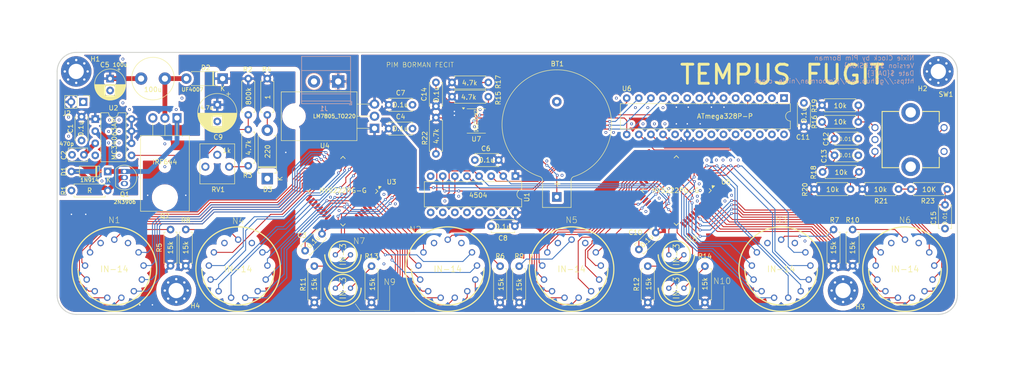
<source format=kicad_pcb>
(kicad_pcb (version 20240108) (generator "pcbnew") (generator_version "8.0")
  (title_block (title "Nixie Clock Project") (date "${DATE}") (rev "${VERSION}") (company "Pim Borman"))
  (layers (0 "F.Cu" signal) (1 "In1.Cu" signal) (2 "In2.Cu" signal) (31 "B.Cu" signal) (34 "B.Paste" user) (35 "F.Paste" user) (36 "B.SilkS" user "B.Silkscreen") (37 "F.SilkS" user "F.Silkscreen") (38 "B.Mask" user) (39 "F.Mask" user) (44 "Edge.Cuts" user))
  (net 0 "")
  (net 1 "GND")
  (net 2 "Net-(BT1-+)")
  (net 3 "Vin")
  (net 4 "Net-(U2-TC)")
  (net 5 "5V")
  (net 6 "HV")
  (net 7 "ROT_A")
  (net 8 "ROT_B")
  (net 9 "ROT_PSH")
  (net 10 "Net-(D1-A)")
  (net 11 "Net-(D1-K)")
  (net 12 "Net-(D2-A)")
  (net 13 "Net-(D3-A2)")
  (net 14 "/D19")
  (net 15 "/D11")
  (net 17 "/D110")
  (net 18 "Net-(N1-PadA)")
  (net 19 "/D14")
  (net 20 "/D12")
  (net 22 "/D15")
  (net 23 "/D16")
  (net 24 "/D17")
  (net 25 "/D18")
  (net 26 "/D13")
  (net 27 "/D129")
  (net 28 "/D123")
  (net 29 "/D131")
  (net 30 "Net-(N2-PadA)")
  (net 31 "/D132")
  (net 33 "/D127")
  (net 34 "/D128")
  (net 35 "/D130")
  (net 36 "/D126")
  (net 37 "/D125")
  (net 38 "/D124")
  (net 40 "/D217")
  (net 42 "/D221")
  (net 43 "/D218")
  (net 44 "/D216")
  (net 45 "/D220")
  (net 46 "/D215")
  (net 47 "Net-(N3-PadA)")
  (net 48 "/D214")
  (net 49 "/D219")
  (net 51 "/D222")
  (net 52 "/D213")
  (net 53 "Net-(N4-PadA)")
  (net 54 "/D118")
  (net 55 "/D115")
  (net 57 "/D119")
  (net 58 "/D117")
  (net 59 "/D120")
  (net 60 "/D111")
  (net 61 "/D116")
  (net 63 "/D112")
  (net 64 "/D114")
  (net 65 "/D113")
  (net 66 "Net-(N5-PadA)")
  (net 67 "/D29")
  (net 68 "/D23")
  (net 69 "/D21")
  (net 70 "/D27")
  (net 72 "/D22")
  (net 73 "/D210")
  (net 74 "/D28")
  (net 75 "/D24")
  (net 77 "/D26")
  (net 78 "/D25")
  (net 79 "/D224")
  (net 80 "/D225")
  (net 81 "/D230")
  (net 82 "/D232")
  (net 84 "/D231")
  (net 85 "/D229")
  (net 86 "/D226")
  (net 88 "/D223")
  (net 89 "Net-(N6-PadA)")
  (net 90 "/D228")
  (net 91 "/D227")
  (net 92 "Net-(N7-PadA)")
  (net 93 "/D121")
  (net 94 "/D211")
  (net 95 "Net-(N8-PadA)")
  (net 96 "Net-(N9-PadA)")
  (net 97 "/D122")
  (net 98 "/D212")
  (net 99 "Net-(N10-PadA)")
  (net 100 "Net-(U2-Vfb)")
  (net 101 "Net-(R3-Pad1)")
  (net 102 "SCL")
  (net 103 "Net-(R16-Pad2)")
  (net 104 "SDA")
  (net 105 "Net-(R18-Pad2)")
  (net 106 "Net-(R21-Pad2)")
  (net 107 "SQW")
  (net 108 "DATA_IN")
  (net 109 "OE")
  (net 111 "Net-(U1-Cout)")
  (net 112 "Net-(U1-Bout)")
  (net 115 "CLK")
  (net 116 "Net-(U1-Aout)")
  (net 117 "Net-(U3-DATA_OUT)")
  (footprint "Package_DIP:DIP-16_W7.62mm" (layer "F.Cu") (at 168.2 86.98 -90)
    (property "Reference" "U1")
    (property "Value" "4504")
  )
  (footprint "nixie:Potentiometer_Bourns_3306P_Vertical" (layer "F.Cu") (at 108.12 85 90)
    (property "Reference" "RV1")
    (property "Value" "1k")
  )
  (footprint "Resistor_THT:R_Axial_DIN0207_L6.3mm_D2.5mm_P7.62mm_Horizontal" (layer "F.Cu") (at 116.12 66.5 -90)
    (property "Reference" "R4")
    (property "Value" "1")
  )
  (footprint "Diode_THT:D_DO-15_P10.16mm_Horizontal" (layer "F.Cu") (at 116.12 87.5 90)
    (property "Reference" "D3")
    (property "Value" "220")
  )
  (footprint "nixie:nixies-us-IN-14" (layer "F.Cu") (at 84 106.5 180)
    (property "Reference" "N1")
    (property "Value" "IN-14")
  )
  (footprint "Capacitor_THT:C_Disc_D4.7mm_W2.5mm_P5.00mm" (layer "F.Cu") (at 235.2 82.6)
    (property "Reference" "C13")
    (property "Value" "0.01u")
  )
  (footprint "nixie:nixies-us-IN-14" (layer "F.Cu") (at 110 106.5 180)
    (property "Reference" "N4")
    (property "Value" "IN-14")
  )
  (footprint "Capacitor_THT:C_Disc_D4.7mm_W2.5mm_P5.00mm" (layer "F.Cu") (at 197.667767 98.832233 -135)
    (property "Reference" "C10")
    (property "Value" "0.1u")
  )
  (footprint "Resistor_THT:R_Axial_DIN0207_L6.3mm_D2.5mm_P7.62mm_Horizontal" (layer "F.Cu") (at 112.12 74.12 90)
    (property "Reference" "R2")
    (property "Value" "800k")
  )
  (footprint "Inductor_THT:L_Radial_D8.7mm_P5.00mm_Fastron_07HCP" (layer "F.Cu") (at 89.62 66.5)
    (property "Reference" "L1" (hide yes))
    (property "Value" "100u")
  )
  (footprint "Capacitor_THT:CP_Radial_D6.3mm_P2.50mm" (layer "F.Cu") (at 83.12 66.5 -90)
    (property "Reference" "C5")
    (property "Value" "100u")
  )
  (footprint "nixie:BH-80B-1" (layer "F.Cu") (at 176.899999 91.35 90)
    (property "Reference" "BT1")
    (property "Value" "Battery_Cell")
  )
  (footprint "Capacitor_THT:C_Disc_D3.8mm_W2.6mm_P2.50mm" (layer "F.Cu") (at 77.62 82.5 180)
    (property "Reference" "C2")
    (property "Value" "470p")
  )
  (footprint "Resistor_THT:R_Axial_DIN0207_L6.3mm_D2.5mm_P7.62mm_Horizontal" (layer "F.Cu") (at 208 113.5 90)
    (property "Reference" "R14")
    (property "Value" "15k")
  )
  (footprint "Package_QFP:PQFP-44_10x10mm_P0.8mm" (layer "F.Cu") (at 132 90.146625 -135)
    (property "Reference" "U3")
    (property "Value" "HV5222PG-G")
  )
  (footprint "Resistor_THT:R_Axial_DIN0207_L6.3mm_D2.5mm_P7.62mm_Horizontal" (layer "F.Cu") (at 232.58 72.1)
    (property "Reference" "R19")
    (property "Value" "10k")
  )
  (footprint "Resistor_THT:R_Axial_DIN0207_L6.3mm_D2.5mm_P7.62mm_Horizontal" (layer "F.Cu") (at 165 113.5 90)
    (property "Reference" "R6")
    (property "Value" "15k")
  )
  (footprint "Package_DIP:DIP-28_W7.62mm" (layer "F.Cu") (at 224.6 70.6 -90)
    (property "Reference" "U6")
    (property "Value" "ATmega328P-P")
  )
  (footprint "Resistor_THT:R_Axial_DIN0207_L6.3mm_D2.5mm_P7.62mm_Horizontal" (layer "F.Cu") (at 251.25 89.6995)
    (property "Reference" "R23")
    (property "Value" "10K")
  )
  (footprint "Resistor_THT:R_Axial_DIN0207_L6.3mm_D2.5mm_P7.62mm_Horizontal" (layer "F.Cu") (at 82.62 90 180)
    (property "Reference" "R1")
    (property "Value" "R")
  )
  (footprint "nixie:nixies-us-IN-3" (layer "F.Cu") (at 132 103.5 180)
    (property "Reference" "N7")
    (property "Value" "IN-3")
  )
  (footprint "Package_SO:SOIC-8_3.9x4.9mm_P1.27mm" (layer "F.Cu") (at 160 75.4)
    (property "Reference" "U7")
    (property "Value" "DS3231MZ")
  )
  (footprint "Resistor_THT:R_Axial_DIN0207_L6.3mm_D2.5mm_P7.62mm_Horizontal" (layer "F.Cu") (at 232.58 75.6)
    (property "Reference" "R16")
    (property "Value" "10k")
  )
  (footprint "Package_TO_SOT_THT:TO-92_Inline" (layer "F.Cu") (at 86.12 86 -90)
    (property "Reference" "Q1")
    (property "Value" "2N3906")
  )
  (footprint "Resistor_THT:R_Axial_DIN0207_L6.3mm_D2.5mm_P7.62mm_Horizontal" (layer "F.Cu") (at 99 105.81 90)
    (property "Reference" "R8")
    (property "Value" "15k")
  )
  (footprint "Capacitor_THT:C_Disc_D4.7mm_W2.5mm_P5.00mm" (layer "F.Cu") (at 228.78 76.6 90)
    (property "Reference" "C11")
    (property "Value" "0.1u")
  )
  (footprint "Resistor_THT:R_Axial_DIN0207_L6.3mm_D2.5mm_P7.62mm_Horizontal" (layer "F.Cu") (at 235 105.81 90)
    (property "Reference" "R7")
    (property "Value" "15k")
  )
  (footprint "nixie:nixies-us-IN-14" (layer "F.Cu") (at 180 106.5 180)
    (property "Reference" "N5")
    (property "Value" "IN-14")
  )
  (footprint "Package_QFP:PQFP-44_10x10mm_P0.8mm" (layer "F.Cu") (at 202 90 -135)
    (property "Reference" "U5")
    (property "Value" "HV5222PG-G")
  )
  (footprint "Package_DIP:DIP-8_W7.62mm" (layer "F.Cu") (at 80 75)
    (property "Reference" "U2")
    (property "Value" "MC34063AP")
  )
  (footprint "Resistor_THT:R_Axial_DIN0207_L6.3mm_D2.5mm_P7.62mm_Horizontal" (layer "F.Cu") (at 232.7 86.1)
    (property "Reference" "R18")
    (property "Value" "10k")
  )
  (footprint "Capacitor_THT:C_Disc_D4.7mm_W2.5mm_P5.00mm" (layer "F.Cu") (at 235.2 79.1)
    (property "Reference" "C12")
    (property "Value" "0.01u")
  )
  (footprint "nixie:nixies-us-IN-3" (layer "F.Cu") (at 202 103.5 180)
    (property "Reference" "N8")
    (property "Value" "IN-3")
  )
  (footprint "Capacitor_THT:C_Disc_D4.7mm_W2.5mm_P5.00mm" (layer "F.Cu") (at 258.4 93 -90)
    (property "Reference" "C15")
    (property "Value" "0.01u")
  )
  (footprint "Resistor_THT:R_Axial_DIN0207_L6.3mm_D2.5mm_P7.62mm_Horizontal" (layer "F.Cu") (at 112.12 84.81 90)
    (property "Reference" "R3")
    (property "Value" "4.7k")
  )
  (footprint "Capacitor_THT:C_Disc_D4.7mm_W2.5mm_P5.00mm" (layer "F.Cu") (at 141.6 72)
    (property "Reference" "C7")
    (property "Value" "0.1u")
  )
  (footprint "Resistor_THT:R_Axial_DIN0207_L6.3mm_D2.5mm_P7.62mm_Horizontal" (layer "F.Cu") (at 239 105.81 90)
    (property "Reference" "R10")
    (property "Value" "15k")
  )
  (footprint "nixie:nixies-us-IN-14" (layer "F.Cu") (at 224 106.5 180)
    (property "Reference" "N3")
    (property "Value" "IN-14")
  )
  (footprint "MountingHole:MountingHole_3.2mm_M3_Pad_Via" (layer "F.Cu") (at 97 111)
    (property "Reference" "H4")
    (property "Value" "MountingHole_Pad")
  )
  (footprint "Capacitor_THT:C_Disc_D4.7mm_W2.5mm_P5.00mm" (layer "F.Cu") (at 127.6 99.1 -135)
    (property "Reference" "C3")
    (property "Value" "0.1u")
  )
  (footprint "Package_TO_SOT_THT:TO-220-3_Horizontal_TabDown" (layer "F.Cu") (at 97.16 74.77 180)
    (property "Reference" "Q2")
    (property "Value" "IRF644")
  )
  (footprint "Resistor_THT:R_Axial_DIN0207_L6.3mm_D2.5mm_P7.62mm_Horizontal" (layer "F.Cu") (at 95.8 105.81 90)
    (property "Reference" "R5")
    (property "Value" "15k")
  )
  (footprint "Resistor_THT:R_Axial_DIN0207_L6.3mm_D2.5mm_P7.62mm_Horizontal" (layer "F.Cu") (at 138 113.5 90)
    (property "Reference" "R13")
    (property "Value" "15k")
  )
  (footprint "Capacitor_THT:CP_Radial_D8.0mm_P3.50mm" (layer "F.Cu") (at 105.62 72 -90)
    (property "Reference" "C9")
    (property "Value" "4.7u")
  )
  (footprint "Resistor_THT:R_Axial_DIN0207_L6.3mm_D2.5mm_P7.62mm_Horizontal" (layer "F.Cu") (at 154.905 67.305)
    (property "Reference" "R17")
    (property "Value" "4.7k")
  )
  (footprint "Resistor_THT:R_Axial_DIN0207_L6.3mm_D2.5mm_P7.62mm_Horizontal" (layer "F.Cu") (at 126 113.5 90)
    (property "Reference" "R11")
    (property "Value" "15k")
  )
  (footprint "nixie:nixies-us-IN-3" (layer "F.Cu") (at 132 110.5 180)
    (property "Reference" "N9")
    (property "Value" "IN-3")
  )
  (footprint "Package_TO_SOT_THT:TO-220-3_Horizontal_TabDown" (layer "F.Cu") (at 138.63 76.94 90)
    (property "Reference" "U4")
    (property "Value" "LM7805_TO220")
  )
  (footprint "MountingHole:MountingHole_3.2mm_M3_Pad_Via" (layer "F.Cu") (at 257 65)
    (property "Reference" "H2")
    (property "Value" "MountingHole_Pad")
  )
  (footprint "MountingHole:MountingHole_3.2mm_M3_Pad_Via" (layer "F.Cu") (at 237 111)
    (property "Reference" "H3")
    (property "Value" "MountingHole_Pad")
  )
  (footprint "MountingHole:MountingHole_3.2mm_M3_Pad_Via" (layer "F.Cu") (at 76 65)
    (property "Reference" "H1")
    (property "Value" "MountingHole_Pad")
  )
  (footprint "Resistor_THT:R_Axial_DIN0207_L6.3mm_D2.5mm_P7.62mm_Horizontal" (layer "F.Cu") (at 196 113.5 90)
    (property "Reference" "R12")
    (property "Value" "15k")
  )
  (footprint "Diode_THT:D_DO-41_SOD81_P7.62mm_Horizontal" (layer "F.Cu") (at 106.74 66.5 180)
    (property "Reference" "D2")
    (property "Value" "UF4007")
  )
  (footprint "nixie:nixies-us-IN-14" (layer "F.Cu") (at 154 106.5 180)
    (property "Reference" "N2")
    (property "Value" "IN-14")
  )
  (footprint "Resistor_THT:R_Axial_DIN0207_L6.3mm_D2.5mm_P7.62mm_Horizontal" (layer "F.Cu") (at 154.905 70.305)
    (property "Reference" "R15")
    (property "Value" "4.7k")
  )
  (footprint "nixie:PEC11H4020FS0016" (layer "F.Cu") (at 243.7 79.3 -90)
    (property "Reference" "SW1")
    (property "Value" "RotaryEncoder_Switch" (hide yes))
  )
  (footprint "nixie:nixies-us-IN-3" (layer "F.Cu") (at 202 110.5 180)
    (property "Reference" "N10")
    (property "Value" "IN-3")
  )
  (footprint "Connector_PinHeader_2.54mm:PinHeader_1x02_P2.54mm_Vertical" (layer "F.Cu") (at 77.475 71.4 -90)
    (property "Reference" "J2")
    (property "Value" "Conn_01x02_Pin")
  )
  (footprint "nixie:nixies-us-IN-14" (layer "F.Cu") (at 250 106.5 180)
    (property "Reference" "N6")
    (property "Value" "IN-14")
  )
  (footprint "Resistor_THT:R_Axial_DIN0207_L6.3mm_D2.5mm_P7.62mm_Horizontal" (layer "F.Cu") (at 241.03 89.6995)
    (property "Reference" "R21")
    (property "Value" "10k")
  )
  (footprint "Capacitor_THT:C_Disc_D4.7mm_W2.5mm_P5.00mm" (layer "F.Cu") (at 168.1 97.5 180)
    (property "Reference" "C8")
    (property "Value" "0.1u")
  )
  (footprint "Capacitor_THT:C_Disc_D4.7mm_W2.5mm_P5.00mm" (layer "F.Cu") (at 151.525 72.305 90)
    (property "Reference" "C14")
    (property "Value" "0.1u")
  )
  (footprint "Capacitor_THT:C_Disc_D4.7mm_W2.5mm_P5.00mm" (layer "F.Cu") (at 164.7 83.6 180)
    (property "Reference" "C6")
    (property "Value" "0.1u")
  )
  (footprint "Resistor_THT:R_Axial_DIN0207_L6.3mm_D2.5mm_P7.62mm_Horizontal" (layer "F.Cu") (at 169 113.5 90)
    (property "Reference" "R9")
    (property "Value" "15k")
  )
  (footprint "Diode_THT:D_DO-35_SOD27_P7.62mm_Horizontal" (layer "F.Cu") (at 82.62 86 180)
    (property "Reference" "D1")
    (property "Value" "1N914")
  )
  (footprint "Resistor_THT:R_Axial_DIN0207_L6.3mm_D2.5mm_P7.62mm_Horizontal" (layer "F.Cu") (at 151.525 74.685 -90)
    (property "Reference" "R22")
    (property "Value" "4.7k")
  )
  (footprint "Capacitor_THT:C_Disc_D4.7mm_W2.5mm_P5.00mm" (layer "F.Cu") (at 141.6 77)
    (property "Reference" "C4")
    (property "Value" "0.1u")
  )
  (footprint "Resistor_THT:R_Axial_DIN0207_L6.3mm_D2.5mm_P7.62mm_Horizontal" (layer "F.Cu") (at 230.93 89.6995)
    (property "Reference" "R20")
    (property "Value" "10k")
  )
  (footprint "Capacitor_THT:C_Disc_D4.7mm_W2.5mm_P5.00mm" (layer "F.Cu") (at 77.12 74.5 -90)
    (property "Reference" "C1")
    (property "Value" "0.1u")
  )
  (footprint "TerminalBlock_Phoenix:TerminalBlock_Phoenix_MKDS-1,5-2-5.08_1x02_P5.08mm_Horizontal" (layer "B.Cu") (at 131 67.105 180)
    (property "Reference" "J1")
    (property "Value" "Barrel_Jack")
  )
  (gr_line (start 212 115) (end 205.6 115) (stroke (width 0.1)) (layer "F.SilkS"))
  (gr_line (start 212 110) (end 212 115) (stroke (width 0.1)) (layer "F.SilkS"))
  (gr_line (start 135.6 115.2) (end 134.6 113.8) (stroke (width 0.1)) (layer "F.SilkS"))
  (gr_line (start 140.8 115.2) (end 135.6 115.2) (stroke (width 0.1)) (layer "F.SilkS"))
  (gr_line (start 141.8 110) (end 141.8 115.2) (stroke (width 0.1)) (layer "F.SilkS"))
  (gr_line (start 205.6 115) (end 204.6 113.8) (stroke (width 0.1)) (layer "F.SilkS"))
  (gr_line (start 140.8 115.2) (end 141.8 115.2) (stroke (width 0.1)) (layer "F.SilkS"))
  (gr_arc (start 76 116) (mid 73.171573 114.828427) (end 72 112) (stroke (width 0.2)) (layer "Edge.Cuts"))
  (gr_arc (start 72 65) (mid 73.171573 62.171573) (end 76 61) (stroke (width 0.2)) (layer "Edge.Cuts"))
  (gr_line (start 76 116) (end 257 116) (stroke (width 0.2)) (layer "Edge.Cuts"))
  (gr_arc (start 261 112) (mid 259.828427 114.828427) (end 257 116) (stroke (width 0.2)) (layer "Edge.Cuts"))
  (gr_line (start 257 61) (end 76 61) (stroke (width 0.2)) (layer "Edge.Cuts"))
  (gr_line (start 261 112) (end 261 65) (stroke (width 0.2)) (layer "Edge.Cuts"))
  (gr_line (start 72 112) (end 72 65) (stroke (width 0.2)) (layer "Edge.Cuts"))
  (gr_arc (start 257 61) (mid 259.828427 62.171573) (end 261 65) (stroke (width 0.2)) (layer "Edge.Cuts"))
  (gr_text "Nixie Clock by Pim Borman\nVersion ${VERSION}\nDate ${DATE}\nhttps://github.com/pimborman/nixie-clock\n\n" (at 252 69.2 0) (layer "B.SilkS") (effects (font (size 1 1) (thickness 0.1)) (justify left bottom mirror)))
  (gr_text "TEMPUS FUGIT" (at 202.4 68 0) (layer "F.SilkS") (effects (font (size 4 4) (thickness 0.6)) (justify left bottom)))
  (gr_text "PIM BORMAN FECIT" (at 141 64.2 0) (layer "F.SilkS") (effects (font (size 1 1) (thickness 0.1)) (justify left bottom)))
  (segment (start 158.8 73.154448) (end 157.145552 71.5) (width 0.2) (layer "F.Cu") (net 1))
  (segment (start 160.1 75.904999) (end 160.1 74.965686) (width 0.2) (layer "F.Cu") (net 1))
  (segment (start 128.853375 95.555992) (end 124.064466 100.344901) (width 0.2) (layer "F.Cu") (net 1))
  (segment (start 154.5 71.5) (end 151.525 68.525) (width 0.2) (layer "F.Cu") (net 1))
  (segment (start 158.8 73.665686) (end 158.8 73.154448) (width 0.2) (layer "F.Cu") (net 1))
  (segment (start 161.500001 77.305) (end 160.1 75.904999) (width 0.2) (layer "F.Cu") (net 1))
  (segment (start 151.525 68.525) (end 151.525 67.305) (width 0.2) (layer "F.Cu") (net 1))
  (segment (start 194.132233 102.367767) (end 194.132233 100.130509) (width 0.2) (layer "F.Cu") (net 1))
  (segment (start 194.132233 100.130509) (end 198.853375 95.409367) (width 0.2) (layer "F.Cu") (net 1))
  (segment (start 160.1 74.965686) (end 158.8 73.665686) (width 0.2) (layer "F.Cu") (net 1))
  (segment (start 162.475 77.305) (end 161.500001 77.305) (width 0.2) (layer "F.Cu") (net 1))
  (segment (start 124.064466 100.344901) (end 124.064466 102.635534) (width 0.2) (layer "F.Cu") (net 1))
  (segment (start 157.145552 71.5) (end 154.5 71.5) (width 0.2) (layer "F.Cu") (net 1))
  (via (at 153.4 92.2) (size 0.6) (drill 0.3) (layers "F.Cu" "B.Cu") (net 1))
  (via (at 85.8 71.6) (size 0.6) (drill 0.3) (layers "F.Cu" "B.Cu") (net 1))
  (via (at 159.6 76.6) (size 0.6) (drill 0.3) (layers "F.Cu" "B.Cu") (net 1))
  (via (at 85 77.6) (size 0.6) (drill 0.3) (layers "F.Cu" "B.Cu") (net 1))
  (via (at 211.8 83.6) (size 0.6) (drill 0.3) (layers "F.Cu" "B.Cu") (net 1))
  (via (at 195.6 94.4) (size 0.6) (drill 0.3) (layers "F.Cu" "B.Cu") (net 1))
  (via (at 207 90) (size 0.6) (drill 0.3) (layers "F.Cu" "B.Cu") (net 1))
  (via (at 198.4 91.6) (size 0.6) (drill 0.3) (layers "F.Cu" "B.Cu") (net 1))
  (via (at 208.4 83.6) (size 0.6) (drill 0.3) (layers "F.Cu" "B.Cu") (net 1))
  (via (at 143 92.8) (size 0.6) (drill 0.3) (layers "F.Cu" "B.Cu") (net 1))
  (via (at 206.4 91.2) (size 0.6) (drill 0.3) (layers "F.Cu" "B.Cu") (net 1))
  (via (at 85.8 62.4) (size 0.6) (drill 0.3) (layers "F.Cu" "B.Cu") (net 1))
  (via (at 87.2 73) (size 0.6) (drill 0.3) (layers "F.Cu" "B.Cu") (net 1))
  (via (at 83 75.2) (size 0.6) (drill 0.3) (layers "F.Cu" "B.Cu") (net 1))
  (via (at 82.8 80) (size 0.6) (drill 0.3) (layers "F.Cu" "B.Cu") (net 1))
  (via (at 94.6 85) (size 0.6) (drill 0.3) (layers "F.Cu" "B.Cu") (net 1))
  (via (at 200.4 89.6) (size 0.6) (drill 0.3) (layers "F.Cu" "B.Cu") (net 1))
  (via (at 140.6 90.8) (size 0.6) (drill 0.3) (layers "F.Cu" "B.Cu") (net 1))
  (via (at 188.8 77.8) (size 0.6) (drill 0.3) (layers "F.Cu" "B.Cu") (net 1))
  (via (at 160.8 73) (size 0.6) (drill 0.3) (layers "F.Cu" "B.Cu") (net 1))
  (via (at 156.3 91.2) (size 0.6) (drill 0.3) (layers "F.Cu" "B.Cu") (net 1))
  (via (at 140.6 105.4) (size 0.6) (drill 0.3) (layers "F.Cu" "B.Cu") (net 1))
  (via (at 189.4 70.6) (size 0.6) (drill 0.3) (layers "F.Cu" "B.Cu") (net 1))
  (via (at 130.8 90.6) (size 0.6) (drill 0.3) (layers "F.Cu" "B.Cu") (net 1))
  (via (at 213.4 83.6) (size 0.6) (drill 0.3) (layers "F.Cu" "B.Cu") (net 1))
  (via (at 199.6 76) (size 0.6) (drill 0.3) (layers "F.Cu" "B.Cu") (net 1))
  (via (at 197.4 76) (size 0.6) (drill 0.3) (layers "F.Cu" "B.Cu") (net 1))
  (via (at 81.4 88) (size 0.6) (drill 0.3) (layers "F.Cu" "B.Cu") (net 1))
  (via (at 213.6 91) (size 0.6) (drill 0.3) (layers "F.Cu" "B.Cu") (net 1))
  (via (at 98.2 70.6) (size 0.6) (drill 0.3) (layers "F.Cu" "B.Cu") (net 1))
  (via (at 178 86.8) (size 0.6) (drill 0.3) (layers "F.Cu" "B.Cu") (net 1))
  (via (at 206.4 92.2) (size 0.6) (drill 0.3) (layers "F.Cu" "B.Cu") (net 1))
  (via (at 196 72.6) (size 0.6) (drill 0.3) (layers "F.Cu" "B.Cu") (net 1))
  (via (at 210.4 83.6) (size 0.6) (drill 0.3) (layers "F.Cu" "B.Cu") (net 1))
  (via (at 74.4 78.6) (size 0.6) (drill 0.3) (layers "F.Cu" "B.Cu") (net 1))
  (via (at 206.8 88.6) (size 0.6) (drill 0.3) (layers "F.Cu" "B.Cu") (net 1))
  (via (at 199.2 72.6) (size 0.6) (drill 0.3) (layers "F.Cu" "B.Cu") (net 1))
  (via (at 85 75.2) (size 0.6) (drill 0.3) (layers "F.Cu" "B.Cu") (net 1))
  (via (at 131.2 94.2) (size 0.6) (drill 0.3) (layers "F.Cu" "B.Cu") (net 1))
  (via (at 229 100.6) (size 0.6) (drill 0.3) (layers "F.Cu" "B.Cu") (net 1))
  (via (at 85 80) (size 0.6) (drill 0.3) (layers "F.Cu" "B.Cu") (net 1))
  (via (at 192.6 76) (size 0.6) (drill 0.3) (layers "F.Cu" "B.Cu") (net 1))
  (via (at 82.8 77.6) (size 0.6) (drill 0.3) (layers "F.Cu" "B.Cu") (net 1))
  (via (at 129.4 91.4) (size 0.6) (drill 0.3) (layers "F.Cu" "B.Cu") (net 1))
  (via (at 212.2 92.2) (size 0.6) (drill 0.3) (layers "F.Cu" "B.Cu") (net 1))
  (via (at 85 82.6) (size 0.6) (drill 0.3) (layers "F.Cu" "B.Cu") (net 1))
  (via (at 187.2 77.8) (size 0.6) (drill 0.3) (layers "F.Cu" "B.Cu") (net 1))
  (via (at 74.4 74.6) (size 0.6) (drill 0.3) (layers "F.Cu" "B.Cu") (net 1))
  (via (at 215 83.6) (size 0.6) (drill 0.3) (layers "F.Cu" "B.Cu") (net 1))
  (via (at 195 76) (size 0.6) (drill 0.3) (layers "F.Cu" "B.Cu") (net 1))
  (via (at 97 73) (size 0.6) (drill 0.3) (layers "F.Cu" "B.Cu") (net 1))
  (via (at 94.6 80.2) (size 0.6) (drill 0.3) (layers "F.Cu" "B.Cu") (net 1))
  (via (at 193.4 72.6) (size 0.6) (drill 0.3) (layers "F.Cu" "B.Cu") (net 1))
  (via (at 174.8 83.8) (size 0.6) (drill 0.3) (layers "F.Cu" "B.Cu") (net 1))
  (segment (start 166.135 76.035) (end 162.475 76.035) (width 0.2) (layer "F.Cu") (net 2))
  (segment (start 174.8 84.7) (end 166.135 76.035) (width 0.2) (layer "F.Cu") (net 2))
  (segment (start 176.899999 91.35) (end 176.899999 86.900001) (width 0.2) (layer "F.Cu") (net 2))
  (segment (start 176.899999 86.900001) (end 177 86.8) (width 0.2) (layer "F.Cu") (net 2))
  (via (at 174.8 84.7) (size 0.6) (drill 0.3) (layers "F.Cu" "B.Cu") (net 2))
  (via (at 177 86.8) (size 0.6) (drill 0.3) (layers "F.Cu" "B.Cu") (net 2))
  (segment (start 174.9 84.7) (end 174.8 84.7) (width 0.2) (layer "B.Cu") (net 2))
  (segment (start 177 86.8) (end 174.9 84.7) (width 0.2) (layer "B.Cu") (net 2))
  (segment (start 198 99) (end 198 98.525484) (width 0.2) (layer "F.Cu") (net 3))
  (segment (start 197.667767 98.832233) (end 199.959262 96.540738) (width 0.2) (layer "F.Cu") (net 3))
  (segment (start 83.12 66.5) (end 89.62 66.5) (width 1) (layer "F.Cu") (net 3))
  (segment (start 199.41906 95.975052) (end 199.984746 96.540738) (width 0.2) (layer "F.Cu") (net 3))
  (segment (start 129.41906 96.121677) (end 129.984746 96.687363) (width 0.2) (layer "F.Cu") (net 3))
  (segment (start 199.959262 96.540738) (end 199.984746 96.540738) (width 0.2) (layer "F.Cu") (net 3))
  (segment (start 129.984746 96.715254) (end 129.984746 96.687363) (width 0.2) (layer "F.Cu") (net 3))
  (segment (start 127.6 99.1) (end 129.984746 96.715254) (width 0.2) (layer "F.Cu") (net 3))
  (segment (start 77.62 82.46) (end 80 80.08) (width 1) (layer "F.Cu") (net 4))
  (segment (start 80 80.12) (end 80 80.08) (width 0.2) (layer "F.Cu") (net 4))
  (segment (start 77.62 82.5) (end 77.62 82.46) (width 1) (layer "F.Cu") (net 4))
  (segment (start 155.4 74.765) (end 151.605 74.765) (width 0.2) (layer "F.Cu") (net 5))
  (segment (start 157.525 74.765) (end 155.4 74.765) (width 0.2) (layer "F.Cu") (net 5))
  (segment (start 151.605 74.765) (end 151.525 74.685) (width 0.2) (layer "F.Cu") (net 5))
  (via (at 212 72.5) (size 0.6) (drill 0.3) (layers "F.Cu" "B.Cu") (net 5))
  (via (at 202 72.5) (size 0.6) (drill 0.3) (layers "F.Cu" "B.Cu") (net 5))
  (via (at 202 76) (size 0.6) (drill 0.3) (layers "F.Cu" "B.Cu") (net 5))
  (via (at 209.37 72.5) (size 0.6) (drill 0.3) (layers "F.Cu" "B.Cu") (net 5))
  (via (at 155.4 74.2) (size 0.6) (drill 0.3) (layers "F.Cu" "B.Cu") (net 5))
  (via (at 204.5 72.5) (size 0.6) (drill 0.3) (layers "F.Cu" "B.Cu") (net 5))
  (via (at 155.4 73.4) (size 0.6) (drill 0.3) (layers "F.Cu" "B.Cu") (net 5))
  (via (at 204.3 76) (size 0.6) (drill 0.3) (layers "F.Cu" "B.Cu") (net 5))
  (via (at 207 76) (size 0.6) (drill 0.3) (layers "F.Cu" "B.Cu") (net 5))
  (via (at 205.6 79.6) (size 0.6) (drill 0.3) (layers "F.Cu" "B.Cu") (net 5))
  (via (at 203 79.6) (size 0.6) (drill 0.3) (layers "F.Cu" "B.Cu") (net 5))
  (via (at 78 95) (size 0.6) (drill 0.3) (layers "F.Cu" "B.Cu") (net 6))
  (via (at 89.33 114) (size 0.6) (drill 0.3) (layers "F.Cu" "B.Cu") (net 6))
  (via (at 91 91) (size 0.6) (drill 0.3) (layers "F.Cu" "B.Cu") (net 6))
  (via (at 120 82) (size 0.6) (drill 0.3) (layers "F.Cu" "B.Cu") (net 6))
  (via (at 99 91) (size 0.6) (drill 0.3) (layers "F.Cu" "B.Cu") (net 6))
  (via (at 75 95) (size 0.6) (drill 0.3) (layers "F.Cu" "B.Cu") (net 6))
  (via (at 92 114) (size 0.6) (drill 0.3) (layers "F.Cu" "B.Cu") (net 6))
  (segment (start 233.6 80.7) (end 201.68 80.7) (width 0.2) (layer "F.Cu") (net 7))
  (segment (start 201.68 80.7) (end 199.2 78.22) (width 0.2) (layer "F.Cu") (net 7))
  (segment (start 232.58 75.6) (end 235.2 78.22) (width 0.2) (layer "F.Cu") (net 7))
  (segment (start 235.2 78.22) (end 235.2 79.1) (width 0.2) (layer "F.Cu") (net 7))
  (segment (start 235.2 79.1) (end 233.6 80.7) (width 0.2) (layer "F.Cu") (net 7))
  (segment (start 235.2 82.6) (end 233.7 81.1) (width 0.2) (layer "F.Cu") (net 8))
  (segment (start 233.7 81.1) (end 199.54 81.1) (width 0.2) (layer "F.Cu") (net 8))
  (segment (start 235.2 83.6) (end 235.2 82.6) (width 0.2) (layer "F.Cu") (net 8))
  (segment (start 199.54 81.1) (end 196.66 78.22) (width 0.2) (layer "F.Cu") (net 8))
  (segment (start 232.7 86.1) (end 235.2 83.6) (width 0.2) (layer "F.Cu") (net 8))
  (segment (start 258.4 93) (end 258.4 90.1695) (width 0.2) (layer "F.Cu") (net 9))
  (segment (start 221.1 81.5) (end 197.4 81.5) (width 0.2) (layer "F.Cu") (net 9))
  (segment (start 232.6 93) (end 221.1 81.5) (width 0.2) (layer "F.Cu") (net 9))
  (segment (start 197.4 81.5) (end 194.12 78.22) (width 0.2) (layer "F.Cu") (net 9))
  (segment (start 258.4 93) (end 232.6 93) (width 0.2) (layer "F.Cu") (net 9))
  (segment (start 258.4 90.1695) (end 258.87 89.6995) (width 0.2) (layer "F.Cu") (net 9))
  (segment (start 85.35 87.27) (end 86.12 87.27) (width 1) (layer "F.Cu") (net 10))
  (segment (start 76.7 86) (end 78.735 88.035) (width 1) (layer "F.Cu") (net 10))
  (segment (start 82.025 89.405) (end 82.62 90) (width 1) (layer "F.Cu") (net 10))
  (segment (start 75 86) (end 76.7 86) (width 1) (layer "F.Cu") (net 10))
  (segment (start 78.735 88.035) (end 80.105 89.405) (width 1) (layer "F.Cu") (net 10))
  (segment (start 82.62 90) (end 85.35 87.27) (width 1) (layer "F.Cu") (net 10))
  (segment (start 80.105 89.405) (end 82.025 89.405) (width 1) (layer "F.Cu") (net 10))
  (segment (start 81.77 79.31) (end 81.77 84.23) (width 1) (layer "B.Cu") (net 10))
  (segment (start 80 77.54) (end 81.77 79.31) (width 1) (layer "B.Cu") (net 10))
  (segment (start 81.77 84.23) (end 80 86) (width 1) (layer "B.Cu") (net 10))
  (segment (start 80 86) (end 75 86) (width 1) (layer "B.Cu") (net 10))
  (segment (start 82.62 86) (end 86.12 86) (width 1) (layer "F.Cu") (net 11))
  (segment (start 82.58 85.96) (end 82.58 85.87) (width 1) (layer "F.Cu") (net 11))
  (segment (start 82.62 86) (end 82.58 85.96) (width 1) (layer "F.Cu") (net 11))
  (segment (start 97.16 80.03) (end 91.19 86) (width 1) (layer "B.Cu") (net 11))
  (segment (start 97.16 74.77) (end 97.16 80.03) (width 1) (layer "B.Cu") (net 11))
  (segment (start 91.19 86) (end 86.12 86) (width 1) (layer "B.Cu") (net 11))
  (segment (start 94.62 66.5) (end 94.62 74.77) (width 1) (layer "F.Cu") (net 12))
  (segment (start 94.62 66.5) (end 99.12 66.5) (width 1) (layer "F.Cu") (net 12))
  (segment (start 116.12 74.12) (end 116.12 77.34) (width 0.2) (layer "F.Cu") (net 13))
  (segment (start 128.132515 82.891036) (end 128.138523 82.891036) (width 0.2) (layer "F.Cu") (net 14))
  (segment (start 128.138523 82.891036) (end 129.41906 84.171573) (width 0.2) (layer "F.Cu") (net 14))
  (via (at 128.132515 82.891036) (size 0.6) (drill 0.3) (layers "F.Cu" "B.Cu") (net 14))
  (segment (start 118.5 93.5) (end 121.896447 90.103553) (width 0.2) (layer "B.Cu") (net 14))
  (segment (start 93.595786 95.99) (end 101 95.99) (width 0.2) (layer "B.Cu") (net 14))
  (segment (start 91.74422 105.75578) (end 92.5 105) (width 0.2) (layer "B.Cu") (net 14))
  (segment (start 92.5 97.085786) (end 93.595786 95.99) (width 0.2) (layer "B.Cu") (net 14))
  (segment (start 103.5 94.5) (end 104.5 93.5) (width 0.2) (layer "B.Cu") (net 14))
  (segment (start 121.896447 90.103553) (end 121.896447 90) (width 0.2) (layer "B.Cu") (net 14))
  (segment (start 104.5 93.5) (end 118.5 93.5) (width 0.2) (layer "B.Cu") (net 14))
  (segment (start 102.01 95.99) (end 103.5 94.5) (width 0.2) (layer "B.Cu") (net 14))
  (segment (start 101 95.99) (end 102.01 95.99) (width 0.2) (layer "B.Cu") (net 14))
  (segment (start 121.896447 90) (end 121.896447 86.5) (width 0.2) (layer "B.Cu") (net 14))
  (segment (start 121.896447 86.5) (end 121.896447 85.689339) (width 0.2) (layer "B.Cu") (net 14))
  (segment (start 127.541479 82.3) (end 128.132515 82.891036) (width 0.2) (layer "B.Cu") (net 14))
  (segment (start 92.5 105) (end 92.5 97.085786) (width 0.2) (layer "B.Cu") (net 14))
  (segment (start 90.14426 105.75578) (end 91.74422 105.75578) (width 0.2) (layer "B.Cu") (net 14))
  (segment (start 121.896447 85.689339) (end 125.285786 82.3) (width 0.2) (layer "B.Cu") (net 14))
  (segment (start 125.285786 82.3) (end 127.541479 82.3) (width 0.2) (layer "B.Cu") (net 14))
  (segment (start 105 94.5) (end 119.090633 94.5) (width 0.2) (layer "F.Cu") (net 15))
  (segment (start 78.9073 102.98464) (end 78.9073 101.721047) (width 0.2) (layer "F.Cu") (net 15))
  (segment (start 119.090633 94.5) (end 124.893577 88.697056) (width 0.2) (layer "F.Cu") (net 15))
  (segment (start 102.5 97) (end 105 94.5) (width 0.2) (layer "F.Cu") (net 15))
  (segment (start 83.638347 96.99) (end 100.49 96.99) (width 0.2) (layer "F.Cu") (net 15))
  (segment (start 78.9073 101.721047) (end 83.638347 96.99) (width 0.2) (layer "F.Cu") (net 15))
  (segment (start 100.5 97) (end 102.5 97) (width 0.2) (layer "F.Cu") (net 15))
  (segment (start 100.49 96.99) (end 100.5 97) (width 0.2) (layer "F.Cu") (net 15))
  (segment (start 128.444504 82.065645) (end 129.984746 83.605887) (width 0.2) (layer "F.Cu") (net 17))
  (segment (start 128.444504 82.04684) (end 128.444504 82.065645) (width 0.2) (layer "F.Cu") (net 17))
  (via (at 128.444504 82.04684) (size 0.6) (drill 0.3) (layers "F.Cu" "B.Cu") (net 17))
  (segment (start 125.07868 81.8) (end 122.43934 84.43934) (width 0.2) (layer "B.Cu") (net 17))
  (segment (start 122.189339 84.68934) (end 121.396447 85.482232) (width 0.2) (layer "B.Cu") (net 17))
  (segment (start 103 94.292894) (end 101.802894 95.49) (width 0.2) (layer "B.Cu") (net 17))
  (segment (start 122.43934 84.43934) (end 122.189339 84.68934) (width 0.2) (layer "B.Cu") (net 17))
  (segment (start 92 96.878679) (end 92 102) (width 0.2) (layer "B.Cu") (net 17))
  (segment (start 101.802894 95.49) (end 93.388679 95.49) (width 0.2) (layer "B.Cu") (net 17))
  (segment (start 93.388679 95.49) (end 92 96.878679) (width 0.2) (layer "B.Cu") (net 17))
  (segment (start 91 103) (end 90.5 103) (width 0.2) (layer "B.Cu") (net 17))
  (segment (start 121.396447 85.482232) (end 121.396447 89.896447) (width 0.2) (layer "B.Cu") (net 17))
  (segment (start 90.5 103) (end 90.48464 102.98464) (width 0.2) (layer "B.Cu") (net 17))
  (segment (start 104 93.292893) (end 103 94.292894) (width 0.2) (layer "B.Cu") (net 17))
  (segment (start 118.292894 93) (end 104.292893 93) (width 0.2) (layer "B.Cu") (net 17))
  (segment (start 121.396447 89.896447) (end 118.292894 93) (width 0.2) (layer "B.Cu") (net 17))
  (segment (start 128.444504 82.04684) (end 128.197664 81.8) (width 0.2) (layer "B.Cu") (net 17))
  (segment (start 92 102) (end 91 103) (width 0.2) (layer "B.Cu") (net 17))
  (segment (start 128.197664 81.8) (end 125.07868 81.8) (width 0.2) (layer "B.Cu") (net 17))
  (segment (start 90.48464 102.98464) (end 89.0927 102.98464) (width 0.2) (layer "B.Cu") (net 17))
  (segment (start 104.292893 93) (end 104 93.292893) (width 0.2) (layer "B.Cu") (net 17))
  (segment (start 86.12256 98.19) (end 95.5 98.19) (width 0.2) (layer "F.Cu") (net 18))
  (segment (start 84 100.31256) (end 86.12256 98.19) (width 0.2) (layer "F.Cu") (net 18))
  (segment (start 126.590633 87) (end 126.04214 86.451507) (width 0.2) (layer "F.Cu") (net 19))
  (segment (start 118.469316 93) (end 104.378681 93) (width 0.2) (layer "F.Cu") (net 19))
  (segment (start 101.888682 95.49) (end 83.017027 95.49) (width 0.2) (layer "F.Cu") (net 19))
  (segment (start 104.378681 93) (end 102.5 94.878681) (width 0.2) (layer "F.Cu") (net 19))
  (segment (start 124.098566 86.451507) (end 122.441763 88.10831) (width 0.2) (layer "F.Cu") (net 19))
  (segment (start 83.017027 95.49) (end 80.381353 98.125674) (width 0.2) (layer "F.Cu") (net 19))
  (segment (start 80.381353 98.125674) (end 80.381353 98.125675) (width 0.2) (layer "F.Cu") (net 19))
  (segment (start 78.63296 111.13296) (end 79.89536 111.13296) (width 0.2) (layer "F.Cu") (net 19))
  (segment (start 122.441763 89.027553) (end 118.469316 93) (width 0.2) (layer "F.Cu") (net 19))
  (segment (start 76.18264 108.68264) (end 78.63296 111.13296) (width 0.2) (layer "F.Cu") (net 19))
  (segment (start 80.381353 98.125675) (end 76.18264 102.324388) (width 0.2) (layer "F.Cu") (net 19))
  (segment (start 126.04214 86.451507) (end 124.098566 86.451507) (width 0.2) (layer "F.Cu") (net 19))
  (segment (start 102.189341 95.189341) (end 101.888682 95.49) (width 0.2) (layer "F.Cu") (net 19))
  (segment (start 102.5 94.878681) (end 102.189341 95.189341) (width 0.2) (layer "F.Cu") (net 19))
  (segment (start 76.18264 102.324388) (end 76.18264 108.68264) (width 0.2) (layer "F.Cu") (net 19))
  (segment (start 122.441763 88.10831) (end 122.441763 89.027553) (width 0.2) (layer "F.Cu") (net 19))
  (segment (start 77.18264 102.7386) (end 77.18264 105.08268) (width 0.2) (layer "F.Cu") (net 20))
  (segment (start 83.43124 96.49) (end 77.18264 102.7386) (width 0.2) (layer "F.Cu") (net 20))
  (segment (start 124.910769 87.582878) (end 124.381409 87.582878) (width 0.2) (layer "F.Cu") (net 20))
  (segment (start 124.381409 87.582878) (end 123.441763 88.522524) (width 0.2) (layer "F.Cu") (net 20))
  (segment (start 125.459262 88.131371) (end 124.910769 87.582878) (width 0.2) (layer "F.Cu") (net 20))
  (segment (start 123.441764 89.441764) (end 118.883528 94) (width 0.2) (layer "F.Cu") (net 20))
  (segment (start 77.18264 105.08268) (end 77.85574 105.75578) (width 0.2) (layer "F.Cu") (net 20))
  (segment (start 104.792894 94) (end 102.302894 96.49) (width 0.2) (layer "F.Cu") (net 20))
  (segment (start 118.883528 94) (end 104.792894 94) (width 0.2) (layer "F.Cu") (net 20))
  (segment (start 123.441763 88.522524) (end 123.441764 89.441764) (width 0.2) (layer "F.Cu") (net 20))
  (segment (start 102.302894 96.49) (end 83.43124 96.49) (width 0.2) (layer "F.Cu") (net 20))
  (segment (start 123.957145 85.885822) (end 126.607827 85.885822) (width 0.2) (layer "F.Cu") (net 22))
  (segment (start 82.51918 112.50964) (end 79.302533 112.50964) (width 0.2) (layer "F.Cu") (net 22))
  (segment (start 79.302533 112.50964) (end 75.68264 108.889747) (width 0.2) (layer "F.Cu") (net 22))
  (segment (start 121.941764 87.901203) (end 123.957145 85.885822) (width 0.2) (layer "F.Cu") (net 22))
  (segment (start 121.941763 88.820447) (end 121.941763 87.901203) (width 0.2) (layer "F.Cu") (net 22))
  (segment (start 121.941763 87.901203) (end 121.941764 87.901203) (width 0.2) (layer "F.Cu") (net 22))
  (segment (start 101.681574 94.99) (end 104.171574 92.5) (width 0.2) (layer "F.Cu") (net 22))
  (segment (start 104.171574 92.5) (end 118.26221 92.5) (width 0.2) (layer "F.Cu") (net 22))
  (segment (start 126.607827 85.885822) (end 127.156319 86.434314) (width 0.2) (layer "F.Cu") (net 22))
  (segment (start 118.26221 92.5) (end 121.941763 88.820447) (width 0.2) (layer "F.Cu") (net 22))
  (segment (start 78.399961 99.399959) (end 82.80992 94.99) (width 0.2) (layer "F.Cu") (net 22))
  (segment (start 78.399961 99.399961) (end 78.399961 99.399959) (width 0.2) (layer "F.Cu") (net 22))
  (segment (start 75.68264 102.117282) (end 78.399961 99.399961) (width 0.2) (layer "F.Cu") (net 22))
  (segment (start 82.80992 94.99) (end 101.681574 94.99) (width 0.2) (layer "F.Cu") (net 22))
  (segment (start 75.68264 108.889747) (end 75.68264 102.117282) (width 0.2) (layer "F.Cu") (net 22))
  (segment (start 118.055104 92) (end 121.441763 88.613341) (width 0.2) (layer "F.Cu") (net 23))
  (segment (start 102.232234 93.732234) (end 102.232234 93.732233) (width 0.2) (layer "F.Cu") (net 23))
  (segment (start 101.474468 94.49) (end 102.232234 93.732234) (width 0.2) (layer "F.Cu") (net 23))
  (segment (start 121.441763 87.694097) (end 123.815724 85.320136) (width 0.2) (layer "F.Cu") (net 23))
  (segment (start 85.48082 112.50964) (end 83.99046 114) (width 0.2) (layer "F.Cu") (net 23))
  (segment (start 82.602813 94.49) (end 101.474468 94.49) (width 0.2) (layer "F.Cu") (net 23))
  (segment (start 123.815724 85.320136) (end 127.173511 85.320136) (width 0.2) (layer "F.Cu") (net 23))
  (segment (start 80 114) (end 75.18264 109.18264) (width 0.2) (layer "F.Cu") (net 23))
  (segment (start 82.296407 94.796407) (end 82.296407 94.796406) (width 0.2) (layer "F.Cu") (net 23))
  (segment (start 83.99046 114) (end 80 114) (width 0.2) (layer "F.Cu") (net 23))
  (segment (start 82.296407 94.796406) (end 82.602813 94.49) (width 0.2) (layer "F.Cu") (net 23))
  (segment (start 75.18264 101.910174) (end 82.296407 94.796407) (width 0.2) (layer "F.Cu") (net 23))
  (segment (start 75.18264 109.18264) (end 75.18264 101.910174) (width 0.2) (layer "F.Cu") (net 23))
  (segment (start 127.173511 85.320136) (end 127.722004 85.868629) (width 0.2) (layer "F.Cu") (net 23))
  (segment (start 102.232234 93.732233) (end 103.964467 92) (width 0.2) (layer "F.Cu") (net 23))
  (segment (start 103.964467 92) (end 118.055104 92) (width 0.2) (layer "F.Cu") (net 23))
  (segment (start 121.441763 88.613341) (end 121.441763 87.694097) (width 0.2) (layer "F.Cu") (net 23))
  (segment (start 126.5 83.515255) (end 126.5 83.5) (width 0.2) (layer "F.Cu") (net 24))
  (segment (start 128.287689 85.302944) (end 126.5 83.515255) (width 0.2) (layer "F.Cu") (net 24))
  (via (at 126.5 83.5) (size 0.6) (drill 0.3) (layers "F.Cu" "B.Cu") (net 24))
  (segment (start 90.86704 111.13296) (end 88.10464 111.13296) (width 0.2) (layer "B.Cu") (net 24))
  (segment (start 105 94.5) (end 102.5 97) (width 0.2) (layer "B.Cu") (net 24))
  (segment (start 93.5 97.5) (end 93.5 108.5) (width 0.2) (layer "B.Cu") (net 24))
  (segment (start 119 94.5) (end 105 94.5) (width 0.2) (layer "B.Cu") (net 24))
  (segment (start 125.5 83.5) (end 123 86) (width 0.2) (layer "B.Cu") (net 24))
  (segment (start 123 86) (end 123 90.5) (width 0.2) (layer "B.Cu") (net 24))
  (segment (start 126.5 83.5) (end 125.5 83.5) (width 0.2) (layer "B.Cu") (net 24))
  (segment (start 123 90.5) (end 119 94.5) (width 0.2) (layer "B.Cu") (net 24))
  (segment (start 93.5 108.5) (end 90.86704 111.13296) (width 0.2) (layer "B.Cu") (net 24))
  (segment (start 94.01 96.99) (end 93.5 97.5) (width 0.2) (layer "B.Cu") (net 24))
  (segment (start 102.5 97) (end 102.49 96.99) (width 0.2) (layer "B.Cu") (net 24))
  (segment (start 102.49 96.99) (end 94.01 96.99) (width 0.2) (layer "B.Cu") (net 24))
  (segment (start 127.437349 83.462654) (end 127.578771 83.462654) (width 0.2) (layer "F.Cu") (net 25))
  (segment (start 127.578771 83.462654) (end 128.853375 84.737258) (width 0.2) (layer "F.Cu") (net 25))
  (via (at 127.437349 83.462654) (size 0.6) (drill 0.3) (layers "F.Cu" "B.Cu") (net 25))
  (segment (start 118.792894 94) (end 122.396447 90.396447) (width 0.2) (layer "B.Cu") (net 25))
  (segment (start 93.802893 96.49) (end 98 96.49) (width 0.2) (layer "B.Cu") (net 25))
  (segment (start 102.302894 96.49) (end 103.896447 94.896447) (width 0.2) (layer "B.Cu") (net 25))
  (segment (start 93 97.292893) (end 93.802893 96.49) (width 0.2) (layer "B.Cu") (net 25))
  (segment (start 98 96.49) (end 102.302894 96.49) (width 0.2) (layer "B.Cu") (net 25))
  (segment (start 93 107.5) (end 93 97.292893) (width 0.2) (layer "B.Cu") (net 25))
  (segment (start 91.80544 108.69456) (end 93 107.5) (width 0.2) (layer "B.Cu") (net 25))
  (segment (start 118 94) (end 118.792894 94) (width 0.2) (layer "B.Cu") (net 25))
  (segment (start 125.492893 82.8) (end 126.8 82.8) (width 0.2) (layer "B.Cu") (net 25))
  (segment (start 89.78612 108.69456) (end 91.80544 108.69456) (width 0.2) (layer "B.Cu") (net 25))
  (segment (start 104.792894 94) (end 118 94) (width 0.2) (layer "B.Cu") (net 25))
  (segment (start 126.8 82.8) (end 127.437349 83.437349) (width 0.2) (layer "B.Cu") (net 25))
  (segment (start 122.396447 90.396447) (end 122.396447 85.896446) (width 0.2) (layer "B.Cu") (net 25))
  (segment (start 127.437349 83.437349) (end 127.437349 83.462654) (width 0.2) (layer "B.Cu") (net 25))
  (segment (start 122.396447 85.896446) (end 125.492893 82.8) (width 0.2) (layer "B.Cu") (net 25))
  (segment (start 103.896447 94.896447) (end 104.792894 94) (width 0.2) (layer "B.Cu") (net 25))
  (segment (start 78.357067 100.857067) (end 82.93124 96.282893) (width 0.2) (layer "F.Cu") (net 26))
  (segment (start 83.224133 95.99) (end 102.095788 95.99) (width 0.2) (layer "F.Cu") (net 26))
  (segment (start 122.941764 89.234658) (end 122.941763 88.5) (width 0.2) (layer "F.Cu") (net 26))
  (segment (start 118.676422 93.5) (end 122.941764 89.234658) (width 0.2) (layer "F.Cu") (net 26))
  (segment (start 122.941763 88.315417) (end 124.239987 87.017193) (width 0.2) (layer "F.Cu") (net 26))
  (segment (start 103.792894 94.292893) (end 104.585787 93.5) (width 0.2) (layer "F.Cu") (net 26))
  (segment (start 102.095788 95.99) (end 103.792894 94.292894) (width 0.2) (layer "F.Cu") (net 26))
  (segment (start 125.476456 87.017193) (end 126.024948 87.565685) (width 0.2) (layer "F.Cu") (net 26))
  (segment (start 104.585787 93.5) (end 118.676422 93.5) (width 0.2) (layer "F.Cu") (net 26))
  (segment (start 78.21388 108.69456) (end 76.68264 107.16332) (width 0.2) (layer "F.Cu") (net 26))
  (segment (start 76.68264 107.16332) (end 76.68264 102.531494) (width 0.2) (layer "F.Cu") (net 26))
  (segment (start 76.68264 102.531494) (end 78.357067 100.857067) (width 0.2) (layer "F.Cu") (net 26))
  (segment (start 103.792894 94.292894) (end 103.792894 94.292893) (width 0.2) (layer "F.Cu") (net 26))
  (segment (start 124.239987 87.017193) (end 125.476456 87.017193) (width 0.2) (layer "F.Cu") (net 26))
  (segment (start 82.93124 96.282893) (end 83.224133 95.99) (width 0.2) (layer "F.Cu") (net 26))
  (segment (start 122.941763 88.5) (end 122.941763 88.315417) (width 0.2) (layer "F.Cu") (net 26))
  (segment (start 156 114.5) (end 158.10464 112.39536) (width 0.2) (layer "F.Cu") (net 27))
  (segment (start 135.712311 94.990306) (end 143.5 102.777995) (width 0.2) (layer "F.Cu") (net 27))
  (segment (start 148.585786 114.5) (end 156 114.5) (width 0.2) (layer "F.Cu") (net 27))
  (segment (start 143.5 102.777995) (end 143.5 109.414214) (width 0.2) (layer "F.Cu") (net 27))
  (segment (start 143.5 109.414214) (end 148.585786 114.5) (width 0.2) (layer "F.Cu") (net 27))
  (segment (start 158.10464 112.39536) (end 158.10464 111.13296) (width 0.2) (layer "F.Cu") (net 27))
  (segment (start 139.106423 91.596194) (end 148.9073 101.397071) (width 0.2) (layer "F.Cu") (net 28))
  (segment (start 148.9073 101.397071) (end 148.9073 102.98464) (width 0.2) (layer "F.Cu") (net 28))
  (segment (start 142.3 103.9) (end 142.3 104.6) (width 0.2) (layer "F.Cu") (net 29))
  (segment (start 137.5 99.1) (end 141.2 102.8) (width 0.2) (layer "F.Cu") (net 29))
  (segment (start 141.2 102.8) (end 142.3 103.9) (width 0.2) (layer "F.Cu") (net 29))
  (segment (start 134.58094 96.18094) (end 137.5 99.1) (width 0.2) (layer "F.Cu") (net 29))
  (segment (start 134.58094 96.121677) (end 134.58094 96.18094) (width 0.2) (layer "F.Cu") (net 29))
  (via (at 142.3 104.6) (size 0.6) (drill 0.3) (layers "F.Cu" "B.Cu") (net 29))
  (segment (start 144.9 107.2) (end 158.70004 107.2) (width 0.2) (layer "B.Cu") (net 29))
  (segment (start 158.70004 107.2) (end 160.14426 105.75578) (width 0.2) (layer "B.Cu") (net 29))
  (segment (start 142.3 104.6) (end 144.9 107.2) (width 0.2) (layer "B.Cu") (net 29))
  (segment (start 154.91256 99.4) (end 158.52 99.4) (width 0.2) (layer "F.Cu") (net 30))
  (segment (start 154 100.31256) (end 154.91256 99.4) (width 0.2) (layer "F.Cu") (net 30))
  (segment (start 158.52 99.4) (end 165 105.88) (width 0.2) (layer "F.Cu") (net 30))
  (segment (start 135.6 98.3) (end 135.71005 98.3) (width 0.2) (layer "F.Cu") (net 31))
  (segment (start 134.015254 96.715254) (end 135.6 98.3) (width 0.2) (layer "F.Cu") (net 31))
  (segment (start 135.71005 98.3) (end 140.905025 103.494975) (width 0.2) (layer "F.Cu") (net 31))
  (segment (start 134.015254 96.687363) (end 134.015254 96.715254) (width 0.2) (layer "F.Cu") (net 31))
  (via (at 140.905025 103.494975) (size 0.6) (drill 0.3) (layers "F.Cu" "B.Cu") (net 31))
  (segment (start 147.494975 103.494975) (end 148.9 104.9) (width 0.2) (layer "B.Cu") (net 31))
  (segment (start 148.9 104.9) (end 157.17734 104.9) (width 0.2) (layer "B.Cu") (net 31))
  (segment (start 140.905025 103.494975) (end 147.494975 103.494975) (width 0.2) (layer "B.Cu") (net 31))
  (segment (start 157.17734 104.9) (end 159.0927 102.98464) (width 0.2) (layer "B.Cu") (net 31))
  (segment (start 144.5 109) (end 148.00964 112.50964) (width 0.2) (layer "F.Cu") (net 33))
  (segment (start 148.00964 112.50964) (end 152.51918 112.50964) (width 0.2) (layer "F.Cu") (net 33))
  (segment (start 136.843681 93.858936) (end 144.5 101.515255) (width 0.2) (layer "F.Cu") (net 33))
  (segment (start 144.5 101.515255) (end 144.5 109) (width 0.2) (layer "F.Cu") (net 33))
  (segment (start 136.277996 94.424621) (end 144 102.146625) (width 0.2) (layer "F.Cu") (net 34))
  (segment (start 153.99046 114) (end 155.48082 112.50964) (width 0.2) (layer "F.Cu") (net 34))
  (segment (start 144 102.146625) (end 144 109.207107) (width 0.2) (layer "F.Cu") (net 34))
  (segment (start 144 109.207107) (end 148.792893 114) (width 0.2) (layer "F.Cu") (net 34))
  (segment (start 148.792893 114) (end 153.99046 114) (width 0.2) (layer "F.Cu") (net 34))
  (segment (start 135.146625 95.555992) (end 143 103.409367) (width 0.2) (layer "F.Cu") (net 35))
  (segment (start 143 103.409367) (end 143 109.621321) (width 0.2) (layer "F.Cu") (net 35))
  (segment (start 148.378679 115) (end 156.207107 115) (width 0.2) (layer "F.Cu") (net 35))
  (segment (start 156.207107 115) (end 159.78612 111.420987) (width 0.2) (layer "F.Cu") (net 35))
  (segment (start 159.78612 111.420987) (end 159.78612 108.69456) (width 0.2) (layer "F.Cu") (net 35))
  (segment (start 143 109.621321) (end 148.378679 115) (width 0.2) (layer "F.Cu") (net 35))
  (segment (start 145 107.5) (end 148.63296 111.13296) (width 0.2) (layer "F.Cu") (net 36))
  (segment (start 148.63296 111.13296) (end 149.89536 111.13296) (width 0.2) (layer "F.Cu") (net 36))
  (segment (start 137.409367 93.29325) (end 145 100.883883) (width 0.2) (layer "F.Cu") (net 36))
  (segment (start 145 100.883883) (end 145 107.5) (width 0.2) (layer "F.Cu") (net 36))
  (segment (start 137.975052 92.727565) (end 145.5 100.252513) (width 0.2) (layer "F.Cu") (net 37))
  (segment (start 145.5 100.252513) (end 145.5 105.98068) (width 0.2) (layer "F.Cu") (net 37))
  (segment (start 145.5 105.98068) (end 148.21388 108.69456) (width 0.2) (layer "F.Cu") (net 37))
  (segment (start 138.540738 92.161879) (end 138.661879 92.161879) (width 0.2) (layer "F.Cu") (net 38))
  (segment (start 146 103.90004) (end 147.85574 105.75578) (width 0.2) (layer "F.Cu") (net 38))
  (segment (start 146 99.5) (end 146 103.90004) (width 0.2) (layer "F.Cu") (net 38))
  (segment (start 138.661879 92.161879) (end 146 99.5) (width 0.2) (layer "F.Cu") (net 38))
  (segment (start 205.729503 86.270497) (end 206.277996 85.722004) (width 0.2) (layer "F.Cu") (net 40))
  (segment (start 205.729503 87.139553) (end 205.729503 86.270497) (width 0.2) (layer "F.Cu") (net 40))
  (segment (start 205.747228 87.157278) (end 205.729503 87.139553) (width 0.2) (layer "F.Cu") (net 40))
  (via (at 205.747228 87.157278) (size 0.6) (drill 0.3) (layers "F.Cu" "B.Cu") (net 40))
  (segment (start 206.281622 102.7) (end 209.392894 102.7) (width 0.2) (layer "B.Cu") (net 40))
  (segment (start 205.747228 87.157278) (end 205.742722 87.157278) (width 0.2) (layer "B.Cu") (net 40))
  (segment (start 219.202534 112.50964) (end 222.51918 112.50964) (width 0.2) (layer "B.Cu") (net 40))
  (segment (start 203.1 99.518378) (end 206.281622 102.7) (width 0.2) (layer "B.Cu") (net 40))
  (segment (start 209.392894 102.7) (end 219.202534 112.50964) (width 0.2) (layer "B.Cu") (net 40))
  (segment (start 205.742722 87.157278) (end 203.1 89.8) (width 0.2) (layer "B.Cu") (net 40))
  (segment (start 203.1 89.8) (end 203.1 99.518378) (width 0.2) (layer "B.Cu") (net 40))
  (segment (start 210.225484 86.3) (end 208.540738 87.984746) (width 0.2) (layer "F.Cu") (net 42))
  (segment (start 211.3 86.3) (end 210.225484 86.3) (width 0.2) (layer "F.Cu") (net 42))
  (segment (start 213.4 84.8) (end 212.8 84.8) (width 0.2) (layer "F.Cu") (net 42))
  (segment (start 212.8 84.8) (end 211.3 86.3) (width 0.2) (layer "F.Cu") (net 42))
  (via (at 213.4 84.8) (size 0.6) (drill 0.3) (layers "F.Cu" "B.Cu") (net 42))
  (segment (start 213.4 84.855025) (end 213.4 84.8) (width 0.2) (layer "B.Cu") (net 42))
  (segment (start 222.69782 93.89782) (end 222.69782 102.690714) (width 0.2) (layer "B.Cu") (net 42))
  (segment (start 213.4 84.855025) (end 213.6 84.855025) (width 0.2) (layer "B.Cu") (net 42))
  (segment (start 213.4 84.8) (end 213.6 84.8) (width 0.2) (layer "B.Cu") (net 42))
  (segment (start 213.6 84.8) (end 222.69782 93.89782) (width 0.2) (layer "B.Cu") (net 42))
  (segment (start 225.762886 105.75578) (end 230.14426 105.75578) (width 0.2) (layer "B.Cu") (net 42))
  (segment (start 222.69782 102.690714) (end 225.762886 105.75578) (width 0.2) (layer "B.Cu") (net 42))
  (segment (start 208.4 84.8) (end 208.33137 84.8) (width 0.2) (layer "F.Cu") (net 43))
  (segment (start 208.4 84.855025) (end 208.33137 84.855025) (width 0.2) (layer "F.Cu") (net 43))
  (segment (start 208.33137 84.8) (end 206.843681 86.287689) (width 0.2) (layer "F.Cu") (net 43))
  (via (at 208.4 84.8) (size 0.6) (drill 0.3) (layers "F.Cu" "B.Cu") (net 43))
  (segment (start 225.48082 112.50964) (end 225.48082 107.88082) (width 0.2) (layer "B.Cu") (net 43))
  (segment (start 209.5 84.855025) (end 208.4 84.855025) (width 0.2) (layer "B.Cu") (net 43))
  (segment (start 214.3 96.7) (end 214.3 89.6) (width 0.2) (layer "B.Cu") (net 43))
  (segment (start 209.555025 84.855025) (end 209.5 84.855025) (width 0.2) (layer "B.Cu") (net 43))
  (segment (start 225.48082 107.88082) (end 214.3 96.7) (width 0.2) (layer "B.Cu") (net 43))
  (segment (start 214.3 89.6) (end 209.555025 84.855025) (width 0.2) (layer "B.Cu") (net 43))
  (segment (start 205 87.4) (end 205 85.86863) (width 0.2) (layer "F.Cu") (net 44))
  (segment (start 205 85.86863) (end 205.712311 85.156319) (width 0.2) (layer "F.Cu") (net 44))
  (segment (start 205.78995 88.1) (end 205.7 88.1) (width 0.2) (layer "F.Cu") (net 44))
  (segment (start 205.7 88.1) (end 205 87.4) (width 0.2) (layer "F.Cu") (net 44))
  (via (at 205.78995 88.1) (size 0.6) (drill 0.3) (layers "F.Cu" "B.Cu") (net 44))
  (segment (start 205.78995 88.91005) (end 203.6 91.1) (width 0.2) (layer "B.Cu") (net 44))
  (segment (start 218.63296 111.13296) (end 219.89536 111.13296) (width 0.2) (layer "B.Cu") (net 44))
  (segment (start 209.7 102.2) (end 218.63296 111.13296) (width 0.2) (layer "B.Cu") (net 44))
  (segment (start 203.6 99.311271) (end 206.488729 102.2) (width 0.2) (layer "B.Cu") (net 44))
  (segment (start 205.78995 88.1) (end 205.78995 88.91005) (width 0.2) (layer "B.Cu") (net 44))
  (segment (start 206.488729 102.2) (end 209.7 102.2) (width 0.2) (layer "B.Cu") (net 44))
  (segment (start 203.6 91.1) (end 203.6 99.311271) (width 0.2) (layer "B.Cu") (net 44))
  (segment (start 211.8 84.8) (end 210.8 85.8) (width 0.2) (layer "F.Cu") (net 45))
  (segment (start 210.8 85.8) (end 209.594112 85.8) (width 0.2) (layer "F.Cu") (net 45))
  (segment (start 209.594112 85.8) (end 207.975052 87.41906) (width 0.2) (layer "F.Cu") (net 45))
  (via (at 211.8 84.8) (size 0.6) (drill 0.3) (layers "F.Cu" "B.Cu") (net 45))
  (segment (start 227.99456 108.69456) (end 229.78612 108.69456) (width 0.2) (layer "B.Cu") (net 45))
  (segment (start 222.19782 102.89782) (end 227.99456 108.69456) (width 0.2) (layer "B.Cu") (net 45))
  (segment (start 222.19782 94.79782) (end 222.19782 102.89782) (width 0.2) (layer "B.Cu") (net 45))
  (segment (start 212.255025 84.855025) (end 222.19782 94.79782) (width 0.2) (layer "B.Cu") (net 45))
  (segment (start 211.8 84.855025) (end 212.255025 84.855025) (width 0.2) (layer "B.Cu") (net 45))
  (segment (start 205.789951 90) (end 205.789951 89.089951) (width 0.2) (layer "F.Cu") (net 46))
  (segment (start 205.789951 89.089951) (end 203.664609 86.964609) (width 0.2) (layer "F.Cu") (net 46))
  (segment (start 203.664609 86.072649) (end 205.146625 84.590633) (width 0.2) (layer "F.Cu") (net 46))
  (segment (start 203.664609 86.964609) (end 203.664609 86.072649) (width 0.2) (layer "F.Cu") (net 46))
  (via (at 205.789951 90) (size 0.6) (drill 0.3) (layers "F.Cu" "B.Cu") (net 46))
  (segment (start 205.789951 90) (end 205.789951 90.110049) (width 0.2) (layer "B.Cu") (net 46))
  (segment (start 206.695836 101.7) (end 211.21932 101.7) (width 0.2) (layer "B.Cu") (net 46))
  (segment (start 211.21932 101.7) (end 218.21388 108.69456) (width 0.2) (layer "B.Cu") (net 46))
  (segment (start 204.1 99.104164) (end 206.695836 101.7) (width 0.2) (layer "B.Cu") (net 46))
  (segment (start 205.789951 90.110049) (end 204.1 91.8) (width 0.2) (layer "B.Cu") (net 46))
  (segment (start 204.1 91.8) (end 204.1 99.104164) (width 0.2) (layer "B.Cu") (net 46))
  (segment (start 224.71256 99.6) (end 224 100.31256) (width 0.2) (layer "F.Cu") (net 47))
  (segment (start 227.9 99.6) (end 224.71256 99.6) (width 0.2) (layer "F.Cu") (net 47))
  (via (at 227.9 99.6) (size 0.6) (drill 0.3) (layers "F.Cu" "B.Cu") (net 47))
  (segment (start 233.59 99.6) (end 235 98.19) (width 0.2) (layer "B.Cu") (net 47))
  (segment (start 227.9 99.6) (end 233.59 99.6) (width 0.2) (layer "B.Cu") (net 47))
  (segment (start 205.35 90.85) (end 203.164609 88.664609) (width 0.2) (layer "F.Cu") (net 48))
  (segment (start 205.35 91.55) (end 205.35 90.85) (width 0.2) (layer "F.Cu") (net 48))
  (segment (start 203.164609 85.441279) (end 204.58094 84.024948) (width 0.2) (layer "F.Cu") (net 48))
  (segment (start 203.164609 88.664609) (end 203.164609 85.441279) (width 0.2) (layer "F.Cu") (net 48))
  (via (at 205.35 91.55) (size 0.6) (drill 0.3) (layers "F.Cu" "B.Cu") (net 48))
  (segment (start 204.6 92.3) (end 204.6 98.897057) (width 0.2) (layer "B.Cu") (net 48))
  (segment (start 205.35 91.55) (end 204.6 92.3) (width 0.2) (layer "B.Cu") (net 48))
  (segment (start 213.29996 101.2) (end 217.85574 105.75578) (width 0.2) (layer "B.Cu") (net 48))
  (segment (start 206.902943 101.2) (end 213.29996 101.2) (width 0.2) (layer "B.Cu") (net 48))
  (segment (start 204.6 98.897057) (end 206.902943 101.2) (width 0.2) (layer "B.Cu") (net 48))
  (segment (start 210.494975 84.805025) (end 210.444975 84.855025) (width 0.2) (layer "F.Cu") (net 49))
  (segment (start 209.494975 84.855025) (end 207.496625 86.853375) (width 0.2) (layer "F.Cu") (net 49))
  (segment (start 207.496625 86.853375) (end 207.409367 86.853375) (width 0.2) (layer "F.Cu") (net 49))
  (segment (start 210.444975 84.855025) (end 209.494975 84.855025) (width 0.2) (layer "F.Cu") (net 49))
  (via (at 210.494975 84.805025) (size 0.6) (drill 0.3) (layers "F.Cu" "B.Cu") (net 49))
  (segment (start 210.494975 84.805025) (end 214.8 89.11005) (width 0.2) (layer "B.Cu") (net 49))
  (segment (start 214.8 89.11005) (end 214.8 96.492894) (width 0.2) (layer "B.Cu") (net 49))
  (segment (start 228.10464 109.797534) (end 228.10464 111.13296) (width 0.2) (layer "B.Cu") (net 49))
  (segment (start 214.8 96.492894) (end 228.10464 109.797534) (width 0.2) (layer "B.Cu") (net 49))
  (segment (start 209.149569 88.550431) (end 209.106423 88.550431) (width 0.2) (layer "F.Cu") (net 51))
  (segment (start 210.9 86.8) (end 209.149569 88.550431) (width 0.2) (layer "F.Cu") (net 51))
  (segment (start 214.334925 84.855025) (end 212.38995 86.8) (width 0.2) (layer "F.Cu") (net 51))
  (segment (start 212.38995 86.8) (end 210.9 86.8) (width 0.2) (layer "F.Cu") (net 51))
  (segment (start 215 84.855025) (end 214.334925 84.855025) (width 0.2) (layer "F.Cu") (net 51))
  (via (at 215 84.855025) (size 0.6) (drill 0.3) (layers "F.Cu" "B.Cu") (net 51))
  (segment (start 215.755025 84.855025) (end 225.5 94.6) (width 0.2) (layer "B.Cu") (net 51))
  (segment (start 225.5 101.8) (end 226.68464 102.98464) (width 0.2) (layer "B.Cu") (net 51))
  (segment (start 215 84.855025) (end 215.7 84.855025) (width 0.2) (layer "B.Cu") (net 51))
  (segment (start 225.5 94.6) (end 225.5 101.8) (width 0.2) (layer "B.Cu") (net 51))
  (segment (start 226.68464 102.98464) (end 229.0927 102.98464) (width 0.2) (layer "B.Cu") (net 51))
  (segment (start 215.7 84.855025) (end 215.755025 84.855025) (width 0.2) (layer "B.Cu") (net 51))
  (segment (start 205.3 92.6) (end 202.664609 89.964609) (width 0.2) (layer "F.Cu") (net 52))
  (segment (start 202.664609 84.809907) (end 204.015254 83.459262) (width 0.2) (layer "F.Cu") (net 52))
  (segment (start 202.664609 89.964609) (end 202.664609 84.809907) (width 0.2) (layer "F.Cu") (net 52))
  (via (at 205.3 92.6) (size 0.6) (drill 0.3) (layers "F.Cu" "B.Cu") (net 52))
  (segment (start 205.3 98.88995) (end 207.11005 100.7) (width 0.2) (layer "B.Cu") (net 52))
  (segment (start 205.3 92.6) (end 205.3 98.88995) (width 0.2) (layer "B.Cu") (net 52))
  (segment (start 207.11005 100.7) (end 216.7 100.7) (width 0.2) (layer "B.Cu") (net 52))
  (segment (start 216.7 100.7) (end 218.9073 102.9073) (width 0.2) (layer "B.Cu") (net 52))
  (segment (start 218.9073 102.9073) (end 218.9073 102.98464) (width 0.2) (layer "B.Cu") (net 52))
  (segment (start 99 98.19) (end 107.87744 98.19) (width 0.2) (layer "F.Cu") (net 53))
  (segment (start 107.87744 98.19) (end 110 100.31256) (width 0.2) (layer "F.Cu") (net 53))
  (segment (start 132.53302 90.744975) (end 136.843681 86.434314) (width 0.2) (layer "F.Cu") (net 54))
  (segment (start 131.8 90.744975) (end 132.53302 90.744975) (width 0.2) (layer "F.Cu") (net 54))
  (via (at 131.8 90.744975) (size 0.6) (drill 0.3) (layers "F.Cu" "B.Cu") (net 54))
  (segment (start 128.234925 94.5) (end 126.707106 94.5) (width 0.2) (layer "B.Cu") (net 54))
  (segment (start 119.053553 105.427127) (end 115.78612 108.69456) (width 0.2) (layer "B.Cu") (net 54))
  (segment (start 131.8 90.934925) (end 128.234925 94.5) (width 0.2) (layer "B.Cu") (net 54))
  (segment (start 126.707106 94.5) (end 119.053553 102.153553) (width 0.2) (layer "B.Cu") (net 54))
  (segment (start 119.053553 102.153553) (end 119.053553 105.427127) (width 0.2) (layer "B.Cu") (net 54))
  (segment (start 131.8 90.744975) (end 131.8 90.934925) (width 0.2) (layer "B.Cu") (net 54))
  (segment (start 131.5 89.4) (end 132.6 88.3) (width 0.2) (layer "F.Cu") (net 55))
  (segment (start 132.6 88.3) (end 132.6 87.283883) (width 0.2) (layer "F.Cu") (net 55))
  (segment (start 132.6 87.283883) (end 135.146625 84.737258) (width 0.2) (layer "F.Cu") (net 55))
  (segment (start 135.146625 84.737258) (end 135.062742 84.737258) (width 0.2) (layer "F.Cu") (net 55))
  (via (at 131.5 89.4) (size 0.6) (drill 0.3) (layers "F.Cu" "B.Cu") (net 55))
  (segment (start 130.4 89.4) (end 127 92.8) (width 0.2) (layer "B.Cu") (net 55))
  (segment (start 127 92.8) (end 125.3 92.8) (width 0.2) (layer "B.Cu") (net 55))
  (segment (start 118.3 98.1) (end 108.51918 107.88082) (width 0.2) (layer "B.Cu") (net 55))
  (segment (start 120 98.1) (end 118.3 98.1) (width 0.2) (layer "B.Cu") (net 55))
  (segment (start 108.51918 107.88082) (end 108.51918 112.50964) (width 0.2) (layer "B.Cu") (net 55))
  (segment (start 125.3 92.8) (end 120 98.1) (width 0.2) (layer "B.Cu") (net 55))
  (segment (start 131.5 89.4) (end 130.4 89.4) (width 0.2) (layer "B.Cu") (net 55))
  (segment (start 137.409367 87) (end 132.964392 91.444975) (width 0.2) (layer "F.Cu") (net 57))
  (segment (start 132.964392 91.444975) (end 130.3 91.444975) (width 0.2) (layer "F.Cu") (net 57))
  (via (at 130.3 91.444975) (size 0.6) (drill 0.3) (layers "F.Cu" "B.Cu") (net 57))
  (segment (start 116.14426 104.35574) (end 116.14426 105.75578) (width 0.2) (layer "B.Cu") (net 57))
  (segment (start 130.3 91.4799) (end 127.7799 94) (width 0.2) (layer "B.Cu") (net 57))
  (segment (start 127.7799 94) (end 126.5 94) (width 0.2) (layer "B.Cu") (net 57))
  (segment (start 130.3 91.444975) (end 130.3 91.4799) (width 0.2) (layer "B.Cu") (net 57))
  (segment (start 126.5 94) (end 116.14426 104.35574) (width 0.2) (layer "B.Cu") (net 57))
  (segment (start 132.844022 89.302603) (end 132.844022 89.444022) (width 0.2) (layer "F.Cu") (net 58))
  (segment (start 136.277996 85.868629) (end 132.844022 89.302603) (width 0.2) (layer "F.Cu") (net 58))
  (via (at 132.844022 89.444022) (size 0.6) (drill 0.3) (layers "F.Cu" "B.Cu") (net 58))
  (segment (start 132.844022 89.444022) (end 132.844022 90.690903) (width 0.2) (layer "B.Cu") (net 58))
  (segment (start 126.914212 95) (end 119.657106 102.257106) (width 0.2) (layer "B.Cu") (net 58))
  (segment (start 116.06704 111.13296) (end 114.10464 111.13296) (width 0.2) (layer "B.Cu") (net 58))
  (segment (start 119.657106 102.257106) (end 119.657106 107.542894) (width 0.2) (layer "B.Cu") (net 58))
  (segment (start 128.534925 95) (end 126.914212 95) (width 0.2) (layer "B.Cu") (net 58))
  (segment (start 119.657106 107.542894) (end 116.06704 111.13296) (width 0.2) (layer "B.Cu") (net 58))
  (segment (start 132.844022 90.690903) (end 128.534925 95) (width 0.2) (layer "B.Cu") (net 58))
  (segment (start 133.395762 92.144975) (end 128.644975 92.144975) (width 0.2) (layer "F.Cu") (net 59))
  (segment (start 137.975052 87.565685) (end 133.395762 92.144975) (width 0.2) (layer "F.Cu") (net 59))
  (via (at 128.644975 92.144975) (size 0.6) (drill 0.3) (layers "F.Cu" "B.Cu") (net 59))
  (segment (start 116.11536 102.98464) (end 115.0927 102.98464) (width 0.2) (layer "B.Cu") (net 59))
  (segment (start 125.6 93.5) (end 116.11536 102.98464) (width 0.2) (layer "B.Cu") (net 59))
  (segment (start 128.644975 92.144975) (end 127.28995 93.5) (width 0.2) (layer "B.Cu") (net 59))
  (segment (start 127.28995 93.5) (end 125.6 93.5) (width 0.2) (layer "B.Cu") (net 59))
  (segment (start 104.9073 102.98464) (end 108.845513 102.98464) (width 0.2) (layer "F.Cu") (net 60))
  (segment (start 119.297739 95) (end 124.14887 90.148869) (width 0.2) (layer "F.Cu") (net 60))
  (segment (start 116.830153 95) (end 119.297739 95) (width 0.2) (layer "F.Cu") (net 60))
  (segment (start 125.06811 90.148869) (end 131.098924 84.118055) (width 0.2) (layer "F.Cu") (net 60))
  (segment (start 131.098924 83.588695) (end 130.550431 83.040202) (width 0.2) (layer "F.Cu") (net 60))
  (segment (start 108.845513 102.98464) (end 116.830153 95) (width 0.2) (layer "F.Cu") (net 60))
  (segment (start 131.098924 84.118055) (end 131.098924 83.588695) (width 0.2) (layer "F.Cu") (net 60))
  (segment (start 124.14887 90.148869) (end 125.06811 90.148869) (width 0.2) (layer "F.Cu") (net 60))
  (segment (start 135.712311 85.302944) (end 134.2 86.815255) (width 0.2) (layer "F.Cu") (net 61))
  (segment (start 134.2 86.815255) (end 134.2 86.9) (width 0.2) (layer "F.Cu") (net 61))
  (via (at 134.2 86.9) (size 0.6) (drill 0.3) (layers "F.Cu" "B.Cu") (net 61))
  (segment (start 133.544022 90.755978) (end 128.8 95.5) (width 0.2) (layer "B.Cu") (net 61))
  (segment (start 127.121318 95.5) (end 120.2 102.421318) (width 0.2) (layer "B.Cu") (net 61))
  (segment (start 134.2 86.9) (end 133.544022 87.555978) (width 0.2) (layer "B.Cu") (net 61))
  (segment (start 120.2 102.421318) (end 120.2 108.3) (width 0.2) (layer "B.Cu") (net 61))
  (segment (start 120.2 108.3) (end 115.99036 112.50964) (width 0.2) (layer "B.Cu") (net 61))
  (segment (start 133.544022 87.555978) (end 133.544022 90.755978) (width 0.2) (layer "B.Cu") (net 61))
  (segment (start 128.8 95.5) (end 127.121318 95.5) (width 0.2) (layer "B.Cu") (net 61))
  (segment (start 115.99036 112.50964) (end 111.48082 112.50964) (width 0.2) (layer "B.Cu") (net 61))
  (segment (start 132.607017 83.882754) (end 132.607017 84.307018) (width 0.2) (layer "F.Cu") (net 63))
  (segment (start 133.449569 83.040202) (end 133.449569 83.160481) (width 0.2) (layer "F.Cu") (net 63))
  (segment (start 132.607017 84.307018) (end 131.652336 85.261699) (width 0.2) (layer "F.Cu") (net 63))
  (segment (start 133.449569 83.040202) (end 132.607017 83.882754) (width 0.2) (layer "F.Cu") (net 63))
  (segment (start 131.652336 85.261699) (end 131.652336 85.743502) (width 0.2) (layer "F.Cu") (net 63))
  (segment (start 131.652336 85.743502) (end 131.097919 86.297919) (width 0.2) (layer "F.Cu") (net 63))
  (via (at 131.097919 86.297919) (size 0.6) (drill 0.3) (layers "F.Cu" "B.Cu") (net 63))
  (segment (start 107.04422 105.75578) (end 103.85574 105.75578) (width 0.2) (layer "B.Cu") (net 63))
  (segment (start 131.097919 86.580763) (end 127.178682 90.5) (width 0.2) (layer "B.Cu") (net 63))
  (segment (start 127.178682 90.5) (end 124.5 90.5) (width 0.2) (layer "B.Cu") (net 63))
  (segment (start 119.5 95.5) (end 113.4 95.5) (width 0.2) (layer "B.Cu") (net 63))
  (segment (start 111.0731 101.7269) (end 107.04422 105.75578) (width 0.2) (layer "B.Cu") (net 63))
  (segment (start 111.0731 97.8269) (end 111.0731 101.7269) (width 0.2) (layer "B.Cu") (net 63))
  (segment (start 124.5 90.5) (end 119.5 95.5) (width 0.2) (layer "B.Cu") (net 63))
  (segment (start 131.097919 86.297919) (end 131.097919 86.580763) (width 0.2) (layer "B.Cu") (net 63))
  (segment (start 113.4 95.5) (end 111.0731 97.8269) (width 0.2) (layer "B.Cu") (net 63))
  (segment (start 134.58094 84.171573) (end 134.58094 84.312993) (width 0.2) (layer "F.Cu") (net 64))
  (segment (start 134.58094 84.312993) (end 133.346967 85.546966) (width 0.2) (layer "F.Cu") (net 64))
  (segment (start 134.528427 84.171573) (end 134.58094 84.171573) (width 0.2) (layer "F.Cu") (net 64))
  (via (at 133.346967 85.546966) (size 0.6) (drill 0.3) (layers "F.Cu" "B.Cu") (net 64))
  (segment (start 133.346967 85.745927) (end 127.092894 92) (width 0.2) (layer "B.Cu") (net 64))
  (segment (start 105.89536 109.70464) (end 105.89536 111.13296) (width 0.2) (layer "B.Cu") (net 64))
  (segment (start 118 97.6) (end 105.89536 109.70464) (width 0.2) (layer "B.Cu") (net 64))
  (segment (start 125.1 92) (end 119.5 97.6) (width 0.2) (layer "B.Cu") (net 64))
  (segment (start 119.5 97.6) (end 118 97.6) (width 0.2) (layer "B.Cu") (net 64))
  (segment (start 127.092894 92) (end 125.1 92) (width 0.2) (layer "B.Cu") (net 64))
  (segment (start 133.346967 85.546966) (end 133.346967 85.745927) (width 0.2) (layer "B.Cu") (net 64))
  (segment (start 132.352336 85.268805) (end 132.352336 85.750608) (width 0.2) (layer "F.Cu") (net 65))
  (segment (start 134.015254 83.605887) (end 132.352336 85.268805) (width 0.2) (layer "F.Cu") (net 65))
  (via (at 132.352336 85.750608) (size 0.6) (drill 0.3) (layers "F.Cu" "B.Cu") (net 65))
  (segment (start 111.5731 102.52146) (end 105.4 108.69456) (width 0.2) (layer "B.Cu") (net 65))
  (segment (start 119.707107 96) (end 114 96) (width 0.2) (layer "B.Cu") (net 65))
  (segment (start 132.352336 86.033452) (end 127.385788 91) (width 0.2) (layer "B.Cu") (net 65))
  (segment (start 124.707106 91) (end 120.503553 95.203553) (width 0.2) (layer "B.Cu") (net 65))
  (segment (start 111.5731 98.4269) (end 111.5731 102.52146) (width 0.2) (layer "B.Cu") (net 65))
  (segment (start 120.503553 95.203553) (end 120 95.707107) (width 0.2) (layer "B.Cu") (net 65))
  (segment (start 132.352336 85.750608) (end 132.352336 86.033452) (width 0.2) (layer "B.Cu") (net 65))
  (segment (start 114 96) (end 111.5731 98.4269) (width 0.2) (layer "B.Cu") (net 65))
  (segment (start 127.385788 91) (end 124.707106 91) (width 0.2) (layer "B.Cu") (net 65))
  (segment (start 120 95.707107) (end 119.707107 96) (width 0.2) (layer "B.Cu") (net 65))
  (segment (start 105.4 108.69456) (end 104.21388 108.69456) (width 0.2) (layer "B.Cu") (net 65))
  (segment (start 169 105.88) (end 170.48 104.4) (width 0.2) (layer "B.Cu") (net 66))
  (segment (start 170.48 104.4) (end 175.91256 104.4) (width 0.2) (layer "B.Cu") (net 66))
  (segment (start 175.91256 104.4) (end 180 100.31256) (width 0.2) (layer "B.Cu") (net 66))
  (segment (start 197.070711 90.126347) (end 199.967553 87.229505) (width 0.2) (layer "F.Cu") (net 67))
  (segment (start 193.982519 92.882168) (end 193.239031 92.882168) (width 0.2) (layer "F.Cu") (net 67))
  (segment (start 193.239031 92.882168) (end 183.4 102.721199) (width 0.2) (layer "F.Cu") (net 67))
  (segment (start 183.4 102.721199) (end 183.4 104.1) (width 0.2) (layer "F.Cu") (net 67))
  (segment (start 185.05578 105.75578) (end 186.14426 105.75578) (width 0.2) (layer "F.Cu") (net 67))
  (segment (start 199.967553 87.229505) (end 199.967553 84.573441) (width 0.2) (layer "F.Cu") (net 67))
  (segment (start 199.967553 84.573441) (end 199.41906 84.024948) (width 0.2) (layer "F.Cu") (net 67))
  (segment (start 183.4 104.1) (end 185.05578 105.75578) (width 0.2) (layer "F.Cu") (net 67))
  (via (at 193.982519 92.882168) (size 0.6) (drill 0.3) (layers "F.Cu" "B.Cu") (net 67))
  (via (at 197.070711 90.126347) (size 0.6) (drill 0.3) (layers "F.Cu" "B.Cu") (net 67))
  (segment (start 197.070711 90.126347) (end 194.31489 92.882168) (width 0.2) (layer "B.Cu") (net 67))
  (segment (start 194.31489 92.882168) (end 193.982519 92.882168) (width 0.2) (layer "B.Cu") (net 67))
  (segment (start 183.790336 98.23946) (end 176.946327 98.23946) (width 0.2) (layer "F.Cu") (net 68))
  (segment (start 192.605278 88.505278) (end 192.605277 88.505278) (width 0.2) (layer "F.Cu") (net 68))
  (segment (start 196.024948 87.41906) (end 195.476456 86.870568) (width 0.2) (layer "F.Cu") (net 68))
  (segment (start 176.946327 98.23946) (end 172.68264 102.503147) (width 0.2) (layer "F.Cu") (net 68))
  (segment (start 195.476456 86.870568) (end 194.239987 86.870568) (width 0.2) (layer "F.Cu") (net 68))
  (segment (start 192.068451 89.961345) (end 183.790336 98.23946) (width 0.2) (layer "F.Cu") (net 68))
  (segment (start 192.9 88.210555) (end 192.605278 88.505278) (width 0.2) (layer "F.Cu") (net 68))
  (segment (start 172.68264 102.503147) (end 172.68264 107.16332) (width 0.2) (layer "F.Cu") (net 68))
  (segment (start 192.605277 88.505278) (end 192.068451 89.042104) (width 0.2) (layer "F.Cu") (net 68))
  (segment (start 194.239987 86.870568) (end 192.9 88.210555) (width 0.2) (layer "F.Cu") (net 68))
  (segment (start 172.68264 107.16332) (end 174.21388 108.69456) (width 0.2) (layer "F.Cu") (net 68))
  (segment (start 192.068451 89.042104) (end 192.068451 89.961345) (width 0.2) (layer "F.Cu") (net 68))
  (segment (start 184.204548 99.23946) (end 177.36054 99.23946) (width 0.2) (layer "F.Cu") (net 69))
  (segment (start 177.36054 99.23946) (end 174.9073 101.6927) (width 0.2) (layer "F.Cu") (net 69))
  (segment (start 194.893577 88.550431) (end 184.204548 99.23946) (width 0.2) (layer "F.Cu") (net 69))
  (segment (start 174.9073 101.6927) (end 174.9073 102.98464) (width 0.2) (layer "F.Cu") (net 69))
  (segment (start 181.4 108.42832) (end 184.10464 111.13296) (width 0.2) (layer "F.Cu") (net 70))
  (segment (start 195.8 89.7) (end 194.451114 89.7) (width 0.2) (layer "F.Cu") (net 70))
  (segment (start 182.2 99.8) (end 181.4 100.6) (width 0.2) (layer "F.Cu") (net 70))
  (segment (start 184.351114 99.8) (end 182.2 99.8) (width 0.2) (layer "F.Cu") (net 70))
  (segment (start 198.836182 86.663818) (end 195.8 89.7) (width 0.2) (layer "F.Cu") (net 70))
  (segment (start 181.4 100.6) (end 181.4 108.42832) (width 0.2) (layer "F.Cu") (net 70))
  (segment (start 198.287689 85.156319) (end 198.836182 85.704812) (width 0.2) (layer "F.Cu") (net 70))
  (segment (start 194.451114 89.7) (end 184.351114 99.8) (width 0.2) (layer "F.Cu") (net 70))
  (segment (start 198.836182 85.704812) (end 198.836182 86.663818) (width 0.2) (layer "F.Cu") (net 70))
  (segment (start 192.568451 89.249211) (end 192.568451 90.168451) (width 0.2) (layer "F.Cu") (net 72))
  (segment (start 194.910769 87.436253) (end 194.381409 87.436253) (width 0.2) (layer "F.Cu") (net 72))
  (segment (start 177.153433 98.73946) (end 173.18264 102.710253) (width 0.2) (layer "F.Cu") (net 72))
  (segment (start 194.381409 87.436253) (end 192.568451 89.249211) (width 0.2) (layer "F.Cu") (net 72))
  (segment (start 183.997442 98.73946) (end 177.153433 98.73946) (width 0.2) (layer "F.Cu") (net 72))
  (segment (start 192.568451 90.168451) (end 183.997442 98.73946) (width 0.2) (layer "F.Cu") (net 72))
  (segment (start 173.18264 102.710253) (end 173.18264 105.08268) (width 0.2) (layer "F.Cu") (net 72))
  (segment (start 195.459262 87.984746) (end 194.910769 87.436253) (width 0.2) (layer "F.Cu") (net 72))
  (segment (start 173.18264 105.08268) (end 173.85574 105.75578) (width 0.2) (layer "F.Cu") (net 72))
  (segment (start 200.533238 87.936616) (end 200.533238 84.007754) (width 0.2) (layer "F.Cu") (net 73))
  (segment (start 194.770754 93.701783) (end 194.698217 93.701783) (width 0.2) (layer "F.Cu") (net 73))
  (segment (start 197.707109 90.762745) (end 200.533238 87.936616) (width 0.2) (layer "F.Cu") (net 73))
  (segment (start 185.41536 102.98464) (end 185.0927 102.98464) (width 0.2) (layer "F.Cu") (net 73))
  (segment (start 194.698217 93.701783) (end 185.41536 102.98464) (width 0.2) (layer "F.Cu") (net 73))
  (segment (start 200.533238 84.007754) (end 199.984746 83.459262) (width 0.2) (layer "F.Cu") (net 73))
  (via (at 194.770754 93.701783) (size 0.6) (drill 0.3) (layers "F.Cu" "B.Cu") (net 73))
  (via (at 197.707109 90.762745) (size 0.6) (drill 0.3) (layers "F.Cu" "B.Cu") (net 73))
  (segment (start 194.770754 93.6991) (end 194.770754 93.701783) (width 0.2) (layer "B.Cu") (net 73))
  (segment (start 197.707109 90.762745) (end 194.770754 93.6991) (width 0.2) (layer "B.Cu") (net 73))
  (segment (start 196.007107 90.2) (end 194.7 90.2) (width 0.2) (layer "F.Cu") (net 74))
  (segment (start 182.9 102.514093) (end 182.9 105.80844) (width 0.2) (layer "F.Cu") (net 74))
  (segment (start 199.401867 86.80524) (end 196.007107 90.2) (width 0.2) (layer "F.Cu") (net 74))
  (segment (start 194.7 90.2) (end 184.3 100.6) (width 0.2) (layer "F.Cu") (net 74))
  (segment (start 184.3 101.114093) (end 182.9 102.514093) (width 0.2) (layer "F.Cu") (net 74))
  (segment (start 184.3 100.6) (end 184.3 101.114093) (width 0.2) (layer "F.Cu") (net 74))
  (segment (start 199.401867 85.139125) (end 199.401867 86.80524) (width 0.2) (layer "F.Cu") (net 74))
  (segment (start 182.9 105.80844) (end 185.78612 108.69456) (width 0.2) (layer "F.Cu") (net 74))
  (segment (start 198.853375 84.590633) (end 199.401867 85.139125) (width 0.2) (layer "F.Cu") (net 74))
  (segment (start 191.568451 89.754239) (end 183.58323 97.73946) (width 0.2) (layer "F.Cu") (net 75))
  (segment (start 194.098566 86.304882) (end 191.568451 88.834997) (width 0.2) (layer "F.Cu") (net 75))
  (segment (start 174.63296 111.13296) (end 175.89536 111.13296) (width 0.2) (layer "F.Cu") (net 75))
  (segment (start 196.590633 86.853375) (end 196.04214 86.304882) (width 0.2) (layer "F.Cu") (net 75))
  (segment (start 172.18264 102.29604) (end 172.18264 108.68264) (width 0.2) (layer "F.Cu") (net 75))
  (segment (start 196.04214 86.304882) (end 194.098566 86.304882) (width 0.2) (layer "F.Cu") (net 75))
  (segment (start 183.58323 97.73946) (end 176.73922 97.73946) (width 0.2) (layer "F.Cu") (net 75))
  (segment (start 176.73922 97.73946) (end 172.18264 102.29604) (width 0.2) (layer "F.Cu") (net 75))
  (segment (start 172.18264 108.68264) (end 174.63296 111.13296) (width 0.2) (layer "F.Cu") (net 75))
  (segment (start 191.568451 88.834997) (end 191.568451 89.754239) (width 0.2) (layer "F.Cu") (net 75))
  (segment (start 183.208478 96.7) (end 190.557792 89.350686) (width 0.2) (layer "F.Cu") (net 77))
  (segment (start 180.09046 113.9) (end 175.985786 113.9) (width 0.2) (layer "F.Cu") (net 77))
  (segment (start 183.16054 96.73946) (end 183.2 96.7) (width 0.2) (layer "F.Cu") (net 77))
  (segment (start 172.432234 100.632232) (end 176.325006 96.73946) (width 0.2) (layer "F.Cu") (net 77))
  (segment (start 193.815723 85.173511) (end 197.173511 85.173511) (width 0.2) (layer "F.Cu") (net 77))
  (segment (start 183.2 96.7) (end 183.208478 96.7) (width 0.2) (layer "F.Cu") (net 77))
  (segment (start 190.557792 89.350686) (end 190.557792 88.431442) (width 0.2) (layer "F.Cu") (net 77))
  (segment (start 176.325006 96.73946) (end 183.16054 96.73946) (width 0.2) (layer "F.Cu") (net 77))
  (segment (start 171.18264 109.096854) (end 171.18264 101.881827) (width 0.2) (layer "F.Cu") (net 77))
  (segment (start 175.985786 113.9) (end 171.18264 109.096854) (width 0.2) (layer "F.Cu") (net 77))
  (segment (start 190.557792 88.431442) (end 193.815723 85.173511) (width 0.2) (layer "F.Cu") (net 77))
  (segment (start 172.432234 100.632233) (end 172.432234 100.632232) (width 0.2) (layer "F.Cu") (net 77))
  (segment (start 197.173511 85.173511) (end 197.722004 85.722004) (width 0.2) (layer "F.Cu") (net 77))
  (segment (start 181.48082 112.50964) (end 180.09046 113.9) (width 0.2) (layer "F.Cu") (net 77))
  (segment (start 171.18264 101.881827) (end 172.432234 100.632233) (width 0.2) (layer "F.Cu") (net 77))
  (segment (start 193.957144 85.739197) (end 196.607827 85.739197) (width 0.2) (layer "F.Cu") (net 78))
  (segment (start 183.376124 97.23946) (end 191.057792 89.557792) (width 0.2) (layer "F.Cu") (net 78))
  (segment (start 171.68264 108.889747) (end 171.68264 102.088933) (width 0.2) (layer "F.Cu") (net 78))
  (segment (start 178.51918 112.50964) (end 175.302533 112.50964) (width 0.2) (layer "F.Cu") (net 78))
  (segment (start 175.302533 112.50964) (end 171.68264 108.889747) (width 0.2) (layer "F.Cu") (net 78))
  (segment (start 191.057792 88.638549) (end 193.957144 85.739197) (width 0.2) (layer "F.Cu") (net 78))
  (segment (start 191.057792 89.557792) (end 191.057792 88.638549) (width 0.2) (layer "F.Cu") (net 78))
  (segment (start 171.68264 102.088933) (end 176.532113 97.23946) (width 0.2) (layer "F.Cu") (net 78))
  (segment (start 176.532113 97.23946) (end 183.376124 97.23946) (width 0.2) (layer "F.Cu") (net 78))
  (segment (start 196.607827 85.739197) (end 197.156319 86.287689) (width 0.2) (layer "F.Cu") (net 78))
  (segment (start 243.85574 104.35574) (end 240.1 100.6) (width 0.2) (layer "F.Cu") (net 79))
  (segment (start 231.005837 96.6) (end 213.125484 96.6) (width 0.2) (layer "F.Cu") (net 79))
  (segment (start 213.125484 96.6) (end 208.540738 92.015254) (width 0.2) (layer "F.Cu") (net 79))
  (segment (start 235.005837 100.6) (end 231.005837 96.6) (width 0.2) (layer "F.Cu") (net 79))
  (segment (start 243.85574 105.75578) (end 243.85574 104.35574) (width 0.2) (layer "F.Cu") (net 79))
  (segment (start 240.1 100.6) (end 235.005837 100.6) (width 0.2) (layer "F.Cu") (net 79))
  (segment (start 230.798731 97.1) (end 212.494112 97.1) (width 0.2) (layer "F.Cu") (net 80))
  (segment (start 242.046447 103.253553) (end 239.892894 101.1) (width 0.2) (layer "F.Cu") (net 80))
  (segment (start 212.494112 97.1) (end 207.975052 92.58094) (width 0.2) (layer "F.Cu") (net 80))
  (segment (start 239.892894 101.1) (end 237.6 101.1) (width 0.2) (layer "F.Cu") (net 80))
  (segment (start 234.798731 101.1) (end 230.798731 97.1) (width 0.2) (layer "F.Cu") (net 80))
  (segment (start 242.046447 106.527127) (end 242.046447 103.253553) (width 0.2) (layer "F.Cu") (net 80))
  (segment (start 244.21388 108.69456) (end 242.046447 106.527127) (width 0.2) (layer "F.Cu") (net 80))
  (segment (start 237.6 101.1) (end 234.79873 101.1) (width 0.2) (layer "F.Cu") (net 80))
  (segment (start 257.7 106.78068) (end 255.78612 108.69456) (width 0.2) (layer "F.Cu") (net 81))
  (segment (start 207.018629 97.281371) (end 205.146625 95.409367) (width 0.2) (layer "F.Cu") (net 81))
  (segment (start 216.2 94.6) (end 250.392894 94.6) (width 0.2) (layer "F.Cu") (net 81))
  (segment (start 214.599994 92.999994) (end 216.2 94.6) (width 0.2) (layer "F.Cu") (net 81))
  (segment (start 257.7 101.907106) (end 257.7 106.78068) (width 0.2) (layer "F.Cu") (net 81))
  (segment (start 250.392894 94.6) (end 257.7 101.907106) (width 0.2) (layer "F.Cu") (net 81))
  (segment (start 213.6 92.999994) (end 214.599994 92.999994) (width 0.2) (layer "F.Cu") (net 81))
  (via (at 213.6 92.999994) (size 0.6) (drill 0.3) (layers "F.Cu" "B.Cu") (net 81))
  (via (at 207.018629 97.281371) (size 0.6) (drill 0.3) (layers "F.Cu" "B.Cu") (net 81))
  (segment (start 207.137258 97.4) (end 209.110047 97.4) (width 0.2) (layer "B.Cu") (net 81))
  (segment (start 213.510053 92.999994) (end 213.6 92.999994) (width 0.2) (layer "B.Cu") (net 81))
  (segment (start 207.018629 97.281371) (end 207.137258 97.4) (width 0.2) (layer "B.Cu") (net 81))
  (segment (start 209.110047 97.4) (end 213.510053 92.999994) (width 0.2) (layer "B.Cu") (net 81))
  (segment (start 215.785788 95.6) (end 214.985788 94.8) (width 0.2) (layer "F.Cu") (net 82))
  (segment (start 255.0927 100.714018) (end 249.978682 95.6) (width 0.2) (layer "F.Cu") (net 82))
  (segment (start 214.985788 94.8) (end 213.6 94.8) (width 0.2) (layer "F.Cu") (net 82))
  (segment (start 207 99.6) (end 204.015254 96.615254) (width 0.2) (layer "F.Cu") (net 82))
  (segment (start 255.0927 102.98464) (end 255.0927 100.714018) (width 0.2) (layer "F.Cu") (net 82))
  (segment (start 204.015254 96.615254) (end 204.015254 96.540738) (width 0.2) (layer "F.Cu") (net 82))
  (segment (start 249.978682 95.6) (end 215.785788 95.6) (width 0.2) (layer "F.Cu") (net 82))
  (via (at 207 99.6) (size 0.6) (drill 0.3) (layers "F.Cu" "B.Cu") (net 82))
  (via (at 213.6 94.8) (size 0.6) (drill 0.3) (layers "F.Cu" "B.Cu") (net 82))
  (segment (start 207 99.6) (end 208.8 99.6) (width 0.2) (layer "B.Cu") (net 82))
  (segment (start 208.8 99.6) (end 213.6 94.8) (width 0.2) (layer "B.Cu") (net 82))
  (segment (start 257.2 104.70004) (end 256.14426 105.75578) (width 0.2) (layer "F.Cu") (net 84))
  (segment (start 204.675052 95.975052) (end 204.58094 95.975052) (width 0.2) (layer "F.Cu") (net 84))
  (segment (start 214.792894 93.9) (end 215.992894 95.1) (width 0.2) (layer "F.Cu") (net 84))
  (segment (start 215.992894 95.1) (end 250.185788 95.1) (width 0.2) (layer "F.Cu") (net 84))
  (segment (start 207 98.3) (end 204.675052 95.975052) (width 0.2) (layer "F.Cu") (net 84))
  (segment (start 213.6 93.899997) (end 213.600003 93.9) (width 0.2) (layer "F.Cu") (net 84))
  (segment (start 213.600003 93.9) (end 214.792894 93.9) (width 0.2) (layer "F.Cu") (net 84))
  (segment (start 250.185788 95.1) (end 257.2 102.114212) (width 0.2) (layer "F.Cu") (net 84))
  (segment (start 257.2 102.114212) (end 257.2 104.70004) (width 0.2) (layer "F.Cu") (net 84))
  (via (at 213.6 93.899997) (size 0.6) (drill 0.3) (layers "F.Cu" "B.Cu") (net 84))
  (via (at 207 98.3) (size 0.6) (drill 0.3) (layers "F.Cu" "B.Cu") (net 84))
  (segment (start 209.11005 98.3) (end 213.510053 93.899997) (width 0.2) (layer "B.Cu") (net 84))
  (segment (start 207 98.3) (end 209.11005 98.3) (width 0.2) (layer "B.Cu") (net 84))
  (segment (start 213.510053 93.899997) (end 213.6 93.899997) (width 0.2) (layer "B.Cu") (net 84))
  (segment (start 256.16704 111.13296) (end 254.10464 111.13296) (width 0.2) (layer "F.Cu") (net 85))
  (segment (start 258.2 109.1) (end 256.16704 111.13296) (width 0.2) (layer "F.Cu") (net 85))
  (segment (start 216.460659 94.1) (end 250.600001 94.1) (width 0.2) (layer "F.Cu") (net 85))
  (segment (start 213.6 92.099991) (end 214.46065 92.099991) (width 0.2) (layer "F.Cu") (net 85))
  (segment (start 207.00209 95.99791) (end 205.847861 94.843681) (width 0.2) (layer "F.Cu") (net 85))
  (segment (start 214.46065 92.099991) (end 216.460659 94.1) (width 0.2) (layer "F.Cu") (net 85))
  (segment (start 250.600001 94.1) (end 258.2 101.699999) (width 0.2) (layer "F.Cu") (net 85))
  (segment (start 258.2 101.699999) (end 258.2 109.1) (width 0.2) (layer "F.Cu") (net 85))
  (segment (start 205.847861 94.843681) (end 205.712311 94.843681) (width 0.2) (layer "F.Cu") (net 85))
  (via (at 213.6 92.099991) (size 0.6) (drill 0.3) (layers "F.Cu" "B.Cu") (net 85))
  (via (at 207.00209 95.99791) (size 0.6) (drill 0.3) (layers "F.Cu" "B.Cu") (net 85))
  (segment (start 208.910044 96.7) (end 213.510053 92.099991) (width 0.2) (layer "B.Cu") (net 85))
  (segment (start 207.00209 95.99791) (end 207.70418 96.7) (width 0.2) (layer "B.Cu") (net 85))
  (segment (start 207.70418 96.7) (end 208.910044 96.7) (width 0.2) (layer "B.Cu") (net 85))
  (segment (start 213.510053 92.099991) (end 213.6 92.099991) (width 0.2) (layer "B.Cu") (net 85))
  (segment (start 230.5 97.6) (end 211.862742 97.6) (width 0.2) (layer "F.Cu") (net 86))
  (segment (start 245.89536 111.13296) (end 244.73296 111.13296) (width 0.2) (layer "F.Cu") (net 86))
  (segment (start 239.685788 101.6) (end 234.5 101.6) (width 0.2) (layer "F.Cu") (net 86))
  (segment (start 244.73296 111.13296) (end 241.546447 107.946447) (width 0.2) (layer "F.Cu") (net 86))
  (segment (start 241.546447 107.946447) (end 241.546447 103.460659) (width 0.2) (layer "F.Cu") (net 86))
  (segment (start 234.5 101.6) (end 230.5 97.6) (width 0.2) (layer "F.Cu") (net 86))
  (segment (start 211.862742 97.6) (end 207.409367 93.146625) (width 0.2) (layer "F.Cu") (net 86))
  (segment (start 241.546447 103.460659) (end 239.685788 101.6) (width 0.2) (layer "F.Cu") (net 86))
  (segment (start 231.212944 96.1) (end 231.505837 96.392893) (width 0.2) (layer "F.Cu") (net 88))
  (segment (start 213.8 96.1) (end 231.212944 96.1) (width 0.2) (layer "F.Cu") (net 88))
  (segment (start 231.505837 96.392894) (end 235.212943 100.1) (width 0.2) (layer "F.Cu") (net 88))
  (segment (start 209.106423 91.449569) (end 209.149569 91.449569) (width 0.2) (layer "F.Cu") (net 88))
  (segment (start 235.212943 100.1) (end 242.02266 100.1) (width 0.2) (layer "F.Cu") (net 88))
  (segment (start 231.505837 96.392893) (end 231.505837 96.392894) (width 0.2) (layer "F.Cu") (net 88))
  (segment (start 209.149569 91.449569) (end 213.8 96.1) (width 0.2) (layer "F.Cu") (net 88))
  (segment (start 242.02266 100.1) (end 244.9073 102.98464) (width 0.2) (layer "F.Cu") (net 88))
  (segment (start 250 100.31256) (end 247.87744 98.19) (width 0.2) (layer "F.Cu") (net 89))
  (segment (start 247.87744 98.19) (end 239 98.19) (width 0.2) (layer "F.Cu") (net 89))
  (segment (start 230.085788 98.6) (end 210.6 98.6) (width 0.2) (layer "F.Cu") (net 90))
  (segment (start 245.68274 113.58274) (end 240.546447 108.446447) (width 0.2) (layer "F.Cu") (net 90))
  (segment (start 234.085788 102.6) (end 230.085788 98.6) (width 0.2) (layer "F.Cu") (net 90))
  (segment (start 240.546447 108.446447) (end 240.546447 103.874871) (width 0.2) (layer "F.Cu") (net 90))
  (segment (start 240.546447 103.874871) (end 239.271576 102.6) (width 0.2) (layer "F.Cu") (net 90))
  (segment (start 250.40772 113.58274) (end 245.68274 113.58274) (width 0.2) (layer "F.Cu") (net 90))
  (segment (start 251.48082 112.50964) (end 250.40772 113.58274) (width 0.2) (layer "F.Cu") (net 90))
  (segment (start 210.6 98.6) (end 206.277996 94.277996) (width 0.2) (layer "F.Cu") (net 90))
  (segment (start 239.271576 102.6) (end 234.085788 102.6) (width 0.2) (layer "F.Cu") (net 90))
  (segment (start 234.292894 102.1) (end 230.292894 98.1) (width 0.2) (layer "F.Cu") (net 91))
  (segment (start 211.23137 98.1) (end 206.843681 93.712311) (width 0.2) (layer "F.Cu") (net 91))
  (segment (start 230.292894 98.1) (end 211.23137 98.1) (width 0.2) (layer "F.Cu") (net 91))
  (segment (start 239.478682 102.1) (end 234.292894 102.1) (width 0.2) (layer "F.Cu") (net 91))
  (segment (start 241.046447 103.667765) (end 239.478682 102.1) (width 0.2) (layer "F.Cu") (net 91))
  (segment (start 241.046447 108.153554) (end 241.046447 103.667765) (width 0.2) (layer "F.Cu") (net 91))
  (segment (start 241.33934 108.446447) (end 241.046447 108.153554) (width 0.2) (layer "F.Cu") (net 91))
  (segment (start 248.51918 112.50964) (end 245.402534 112.50964) (width 0.2) (layer "F.Cu") (net 91))
  (segment (start 245.402534 112.50964) (end 241.33934 108.446447) (width 0.2) (layer "F.Cu") (net 91))
  (segment (start 133.5875 103.5) (end 131.2075 105.88) (width 0.2) (layer "F.Cu") (net 92))
  (segment (start 131.2075 105.88) (end 126 105.88) (width 0.2) (layer "F.Cu") (net 92))
  (segment (start 138.540738 88.131371) (end 131.664609 95.0075) (width 0.2) (layer "F.Cu") (net 93))
  (segment (start 131.664609 95.0075) (end 131.664609 102.247891) (width 0.2) (layer "F.Cu") (net 93))
  (segment (start 131.664609 102.247891) (end 130.4125 103.5) (width 0.2) (layer "F.Cu") (net 93))
  (segment (start 201.664609 96.935391) (end 200.4125 98.1875) (width 0.2) (layer "F.Cu") (net 94))
  (segment (start 201.664609 84.007755) (end 201.664609 96.935391) (width 0.2) (layer "F.Cu") (net 94))
  (segment (start 200.550431 82.893577) (end 201.664609 84.007755) (width 0.2) (layer "F.Cu") (net 94))
  (segment (start 200.4125 98.1875) (end 200.4125 103.5) (width 0.2) (layer "F.Cu") (net 94))
  (segment (start 196 105.88) (end 201.2075 105.88) (width 0.2) (layer "F.Cu") (net 95))
  (segment (start 201.2075 105.88) (end 203.5875 103.5) (width 0.2) (layer "F.Cu") (net 95))
  (segment (start 133.5875 110.5) (end 138 106.0875) (width 0.2) (layer "F.Cu") (net 96))
  (segment (start 138 106.0875) (end 138 105.88) (width 0.2) (layer "F.Cu") (net 96))
  (segment (start 139.106423 88.697056) (end 132.335391 95.468088) (width 0.2) (layer "F.Cu") (net 97))
  (segment (start 135.7 105.2125) (end 130.4125 110.5) (width 0.2) (layer "F.Cu") (net 97))
  (segment (start 132.335391 95.468088) (end 132.335391 99.435391) (width 0.2) (layer "F.Cu") (net 97))
  (segment (start 135.7 102.8) (end 135.7 105.2125) (width 0.2) (layer "F.Cu") (net 97))
  (segment (start 132.335391 99.435391) (end 135.7 102.8) (width 0.2) (layer "F.Cu") (net 97))
  (segment (start 202.164609 98.864609) (end 205.4 102.1) (width 0.2) (layer "F.Cu") (net 98))
  (segment (start 203.449569 82.893577) (end 202.164609 84.178537) (width 0.2) (layer "F.Cu") (net 98))
  (segment (start 205.4 105.5125) (end 200.4125 110.5) (width 0.2) (layer "F.Cu") (net 98))
  (segment (start 202.164609 84.178537) (end 202.164609 98.864609) (width 0.2) (layer "F.Cu") (net 98))
  (segment (start 205.4 102.1) (end 205.4 105.5125) (width 0.2) (layer "F.Cu") (net 98))
  (segment (start 203.5875 110.5) (end 208 106.0875) (width 0.2) (layer "F.Cu") (net 99))
  (segment (start 208 106.0875) (end 208 105.88) (width 0.2) (layer "F.Cu") (net 99))
  (segment (start 112.12 77.19) (end 108.81 77.19) (width 0.2) (layer "F.Cu") (net 100))
  (segment (start 108.81 77.19) (end 103.38 82.62) (width 0.2) (layer "F.Cu") (net 100))
  (segment (start 112.12 74.12) (end 112.12 77.19) (width 0.2) (layer "F.Cu") (net 100))
  (segment (start 103.38 82.62) (end 87.62 82.62) (width 0.2) (layer "F.Cu") (net 100))
  (segment (start 111.93 85) (end 112.12 84.81) (width 0.2) (layer "F.Cu") (net 101))
  (segment (start 108.12 85) (end 111.93 85) (width 0.2) (layer "F.Cu") (net 101))
  (segment (start 162.475 73.495) (end 162.48 73.5) (width 0.2) (layer "F.Cu") (net 102))
  (segment (start 162.525 70.305) (end 162.525 73.445) (width 0.2) (layer "F.Cu") (net 102))
  (segment (start 189.6 73.5) (end 191.58 71.52) (width 0.2) (layer "F.Cu") (net 102))
  (segment (start 191.58 71.52) (end 191.58 70.6) (width 0.2) (layer "F.Cu") (net 102))
  (segment (start 162.525 73.445) (end 162.475 73.495) (width 0.2) (layer "F.Cu") (net 102))
  (segment (start 162.48 73.5) (end 189.6 73.5) (width 0.2) (layer "F.Cu") (net 102))
  (segment (start 240.2 72.1) (end 240.2 75.6) (width 0.2) (layer "F.Cu") (net 103))
  (segment (start 242.5 75.6) (end 240.2 75.6) (width 0.2) (layer "F.Cu") (net 103))
  (segment (start 243.7 76.8) (end 242.5 75.6) (width 0.2) (layer "F.Cu") (net 103))
  (segment (start 162.475 74.765) (end 191.065 74.765) (width 0.2) (layer "F.Cu") (net 104))
  (segment (start 160 74.3) (end 160.465 74.765) (width 0.2) (layer "F.Cu") (net 104))
  (segment (start 161.295 67.305) (end 160 68.6) (width 0.2) (layer "F.Cu") (net 104))
  (segment (start 160 68.6) (end 160 74.3) (width 0.2) (layer "F.Cu") (net 104))
  (segment (start 191.065 74.765) (end 191.58 75.28) (width 0.2) (layer "F.Cu") (net 104))
  (segment (start 162.525 67.305) (end 161.295 67.305) (width 0.2) (layer "F.Cu") (net 104))
  (segment (start 160.465 74.765) (end 162.475 74.765) (width 0.2) (layer "F.Cu") (net 104))
  (segment (start 191.58 75.28) (end 191.58 78.22) (width 0.2) (layer "F.Cu") (net 104))
  (segment (start 240.32 86.1) (end 243.7 82.72) (width 0.2) (layer "F.Cu") (net 105))
  (segment (start 243.7 82.72) (end 243.7 81.8) (width 0.2) (layer "F.Cu") (net 105))
  (segment (start 238.55 89.6995) (end 238.55 87.87) (width 0.2) (layer "F.Cu") (net 105))
  (segment (start 238.55 87.87) (end 240.32 86.1) (width 0.2) (layer "F.Cu") (net 105))
  (segment (start 248.8005 89.6995) (end 251.25 89.6995) (width 0.2) (layer "F.Cu") (net 106))
  (segment (start 248.7995 89.6995) (end 248.8 89.7) (width 0.2) (layer "F.Cu") (net 106))
  (segment (start 255.8 79.2) (end 255.8 87.1) (width 0.2) (layer "F.Cu") (net 106))
  (segment (start 253.2 89.7) (end 253.1995 89.6995) (width 0.2) (layer "F.Cu") (net 106))
  (segment (start 255.8 87.1) (end 253.2 89.7) (width 0.2) (layer "F.Cu") (net 106))
  (segment (start 248.65 89.6995) (end 248.7995 89.6995) (width 0.2) (layer "F.Cu") (net 106))
  (segment (start 258.2 76.8) (end 255.8 79.2) (width 0.2) (layer "F.Cu") (net 106))
  (segment (start 253.1995 89.6995) (end 251.25 89.6995) (width 0.2) (layer "F.Cu") (net 106))
  (segment (start 248.8 89.7) (end 248.8005 89.6995) (width 0.2) (layer "F.Cu") (net 106))
  (segment (start 154.3 76) (end 154.335 76.035) (width 0.2) (layer "F.Cu") (net 107))
  (segment (start 216.98 72.92) (end 216.98 70.6) (width 0.2) (layer "F.Cu") (net 107))
  (segment (start 154.335 76.035) (end 157.525 76.035) (width 0.2) (layer "F.Cu") (net 107))
  (segment (start 160.706765 74.158235) (end 160.77 74.095) (width 0.2) (layer "F.Cu") (net 107))
  (segment (start 159.5 75.4) (end 158.865 76.035) (width 0.2) (layer "F.Cu") (net 107))
  (segment (start 160.77 74.095) (end 215.805 74.095) (width 0.2) (layer "F.Cu") (net 107))
  (segment (start 151.525 78.775) (end 154.3 76) (width 0.2) (layer "F.Cu") (net 107))
  (segment (start 215.805 74.095) (end 216.98 72.92) (width 0.2) (layer "F.Cu") (net 107))
  (segment (start 158.865 76.035) (end 157.525 76.035) (width 0.2) (layer "F.Cu") (net 107))
  (segment (start 151.525 82.305) (end 151.525 78.775) (width 0.2) (layer "F.Cu") (net 107))
  (via (at 159.5 75.4) (size 0.6) (drill 0.3) (layers "F.Cu" "B.Cu") (net 107))
  (via (at 160.706765 74.158235) (size 0.6) (drill 0.3) (layers "F.Cu" "B.Cu") (net 107))
  (segment (start 159.5 75.4) (end 160.706765 74.193235) (width 0.2) (layer "B.Cu") (net 107))
  (segment (start 160.706765 74.193235) (end 160.706765 74.158235) (width 0.2) (layer "B.Cu") (net 107))
  (segment (start 156.3 90.1) (end 172.065686 90.1) (width 0.2) (layer "F.Cu") (net 108))
  (segment (start 152.96 89.66) (end 152.96 86.98) (width 0.2) (layer "F.Cu") (net 108))
  (segment (start 153.4 90.1) (end 152.96 89.66) (width 0.2) (layer "F.Cu") (net 108))
  (segment (start 172.065686 90.1) (end 185.06568 77.100006) (width 0.2) (layer "F.Cu") (net 108))
  (segment (start 185.06568 77.100006) (end 188 77.100006) (width 0.2) (layer "F.Cu") (net 108))
  (via (at 153.4 90.1) (size 0.6) (drill 0.3) (layers "F.Cu" "B.Cu") (net 108))
  (via (at 156.3 90.1) (size 0.6) (drill 0.3) (layers "F.Cu" "B.Cu") (net 108))
  (via (at 188 77.100006) (size 0.6) (drill 0.3) (layers "F.Cu" "B.Cu") (net 108))
  (segment (start 192.699994 77.100006) (end 188 77.100006) (width 0.2) (layer "B.Cu") (net 108))
  (segment (start 199.2 70.6) (end 192.699994 77.100006) (width 0.2) (layer "B.Cu") (net 108))
  (segment (start 156.3 90.1) (end 153.4 90.1) (width 0.2) (layer "B.Cu") (net 108))
  (segment (start 164.220001 88.08) (end 163.120001 86.98) (width 0.2) (layer "F.Cu") (net 109))
  (segment (start 188 75.5) (end 185.534314 75.5) (width 0.2) (layer "F.Cu") (net 109))
  (segment (start 172.954314 88.08) (end 164.220001 88.08) (width 0.2) (layer "F.Cu") (net 109))
  (segment (start 185.534314 75.5) (end 172.954314 88.08) (width 0.2) (layer "F.Cu") (net 109))
  (via (at 188 75.5) (size 0.6) (drill 0.3) (layers "F.Cu" "B.Cu") (net 109))
  (segment (start 189.22 75.5) (end 194.12 70.6) (width 0.2) (layer "B.Cu") (net 109))
  (segment (start 188 75.5) (end 189.22 75.5) (width 0.2) (layer "B.Cu") (net 109))
  (segment (start 130.964609 95.40706) (end 130.998924 95.441375) (width 0.2) (layer "F.Cu") (net 111))
  (segment (start 143.24853 91.4) (end 154.5 91.4) (width 0.2) (layer "F.Cu") (net 111))
  (segment (start 130.998924 96.804555) (end 130.550431 97.253048) (width 0.2) (layer "F.Cu") (net 111))
  (segment (start 154.5 91.4) (end 155.5 90.4) (width 0.2) (layer "F.Cu") (net 111))
  (segment (start 141.924265 92.724265) (end 143.24853 91.4) (width 0.2) (layer "F.Cu") (net 111))
  (segment (start 130.998924 95.441375) (end 130.998924 96.804555) (width 0.2) (layer "F.Cu") (net 111))
  (segment (start 155.5 90.4) (end 155.5 86.98) (width 0.2) (layer "F.Cu") (net 111))
  (via (at 130.964609 95.40706) (size 0.6) (drill 0.3) (layers "F.Cu" "B.Cu") (net 111))
  (via (at 141.924265 92.724265) (size 0.6) (drill 0.3) (layers "F.Cu" "B.Cu") (net 111))
  (segment (start 139.1 94.9) (end 139.74853 94.9) (width 0.2) (layer "B.Cu") (net 111))
  (segment (start 139 94.8) (end 139.1 94.9) (width 0.2) (layer "B.Cu") (net 111))
  (segment (start 130.964609 95.40706) (end 131.571669 94.8) (width 0.2) (layer "B.Cu") (net 111))
  (segment (start 131.571669 94.8) (end 139 94.8) (width 0.2) (layer "B.Cu") (net 111))
  (segment (start 139.74853 94.9) (end 141.924265 92.724265) (width 0.2) (layer "B.Cu") (net 111))
  (segment (start 132.271498 93.410661) (end 129.867334 93.410661) (width 0.2) (layer "F.Cu") (net 112))
  (segment (start 154.62 85.88) (end 159.48 85.88) (width 0.2) (layer "F.Cu") (net 112))
  (segment (start 154.3 90.4) (end 154.3 86.2) (width 0.2) (layer "F.Cu") (net 112))
  (segment (start 200.4 92.7) (end 198.287689 94.812311) (width 0.2) (layer "F.Cu") (net 112))
  (segment (start 142.8 91) (end 153.7 91) (width 0.2) (layer "F.Cu") (net 112))
  (segment (start 142.3 91.5) (end 142.8 91) (width 0.2) (layer "F.Cu") (net 112))
  (segment (start 198.287689 94.812311) (end 198.287689 94.843681) (width 0.2) (layer "F.Cu") (net 112))
  (segment (start 153.7 91) (end 154.3 90.4) (width 0.2) (layer "F.Cu") (net 112))
  (segment (start 159.48 85.88) (end 160.58 86.98) (width 0.2) (layer "F.Cu") (net 112))
  (segment (start 129.867334 93.410661) (end 128.287689 94.990306) (width 0.2) (layer "F.Cu") (net 112))
  (segment (start 154.3 86.2) (end 154.62 85.88) (width 0.2) (layer "F.Cu") (net 112))
  (via (at 200.4 92.7) (size 0.6) (drill 0.3) (layers "F.Cu" "B.Cu") (net 112))
  (via (at 132.271498 93.410661) (size 0.6) (drill 0.3) (layers "F.Cu" "B.Cu") (net 112))
  (via (at 142.3 91.5) (size 0.6) (drill 0.3) (layers "F.Cu" "B.Cu") (net 112))
  (segment (start 197.5 89) (end 162.6 89) (width 0.2) (layer "B.Cu") (net 112))
  (segment (start 133.260837 94.4) (end 139.4 94.4) (width 0.2) (layer "B.Cu") (net 112))
  (segment (start 139.4 94.4) (end 142.3 91.5) (width 0.2) (layer "B.Cu") (net 112))
  (segment (start 200.4 92.7) (end 200.4 91.9) (width 0.2) (layer "B.Cu") (net 112))
  (segment (start 132.271498 93.410661) (end 133.260837 94.4) (width 0.2) (layer "B.Cu") (net 112))
  (segment (start 200.4 91.9) (end 197.5 89) (width 0.2) (layer "B.Cu") (net 112))
  (segment (start 162.6 89) (end 160.58 86.98) (width 0.2) (layer "B.Cu") (net 112))
  (segment (start 175.600601 85.999399) (end 185.299997 76.300003) (width 0.2) (layer "F.Cu") (net 115))
  (segment (start 171.9 89.7) (end 160.76 89.7) (width 0.2) (layer "F.Cu") (net 115))
  (segment (start 175.600601 85.999399) (end 171.9 89.7) (width 0.2) (layer "F.Cu") (net 115))
  (segment (start 185.299997 76.300003) (end 188 76.300003) (width 0.2) (layer "F.Cu") (net 115))
  (segment (start 160.76 89.7) (end 158.04 86.98) (width 0.2) (layer "F.Cu") (net 115))
  (via (at 188 76.300003) (size 0.6) (drill 0.3) (layers "F.Cu" "B.Cu") (net 115))
  (segment (start 188 76.300003) (end 190.959998 76.300003) (width 0.2) (layer "B.Cu") (net 115))
  (segment (start 190.959998 76.300003) (end 196.660001 70.6) (width 0.2) (layer "B.Cu") (net 115))
  (segment (start 140.9 91.9) (end 142.2 90.6) (width 0.2) (layer "F.Cu") (net 116))
  (segment (start 200.4 90.9) (end 200.4 91.6) (width 0.2) (layer "F.Cu") (net 116))
  (segment (start 132.837185 92.844975) (end 132.637185 92.644975) (width 0.2) (layer "F.Cu") (net 116))
  (segment (start 151.1 90.6) (end 151.7 90) (width 0.2) (layer "F.Cu") (net 116))
  (segment (start 164.16 85.48) (end 165.66 86.98) (width 0.2) (layer "F.Cu") (net 116))
  (segment (start 129.50165 92.644975) (end 127.722004 94.424621) (width 0.2) (layer "F.Cu") (net 116))
  (segment (start 151.7 90) (end 151.7 86.1) (width 0.2) (layer "F.Cu") (net 116))
  (segment (start 200.4 91.6) (end 197.722004 94.277996) (width 0.2) (layer "F.Cu") (net 116))
  (segment (start 151.7 86.1) (end 152.32 85.48) (width 0.2) (layer "F.Cu") (net 116))
  (segment (start 132.637185 92.644975) (end 129.50165 92.644975) (width 0.2) (layer "F.Cu") (net 116))
  (segment (start 142.2 90.6) (end 151.1 90.6) (width 0.2) (layer "F.Cu") (net 116))
  (segment (start 152.32 85.48) (end 164.16 85.48) (width 0.2) (layer "F.Cu") (net 116))
  (via (at 200.4 90.9) (size 0.6) (drill 0.3) (layers "F.Cu" "B.Cu") (net 116))
  (via (at 140.9 91.9) (size 0.6) (drill 0.3) (layers "F.Cu" "B.Cu") (net 116))
  (via (at 132.837185 92.844975) (size 0.6) (drill 0.3) (layers "F.Cu" "B.Cu") (net 116))
  (segment (start 138.8 94) (end 140.9 91.9) (width 0.2) (layer "B.Cu") (net 116))
  (segment (start 133.99221 94) (end 138.8 94) (width 0.2) (layer "B.Cu") (net 116))
  (segment (start 200.4 90.9) (end 198.1 88.6) (width 0.2) (layer "B.Cu") (net 116))
  (segment (start 167.28 88.6) (end 165.66 86.98) (width 0.2) (layer "B.Cu") (net 116))
  (segment (start 198.1 88.6) (end 167.28 88.6) (width 0.2) (layer "B.Cu") (net 116))
  (segment (start 132.837185 92.844975) (end 133.99221 94) (width 0.2) (layer "B.Cu") (net 116))
  (segment (start 151 89.4) (end 141.7 89.4) (width 0.2) (layer "F.Cu") (net 117))
  (segment (start 141.7 89.4) (end 133.9 81.6) (width 0.2) (layer "F.Cu") (net 117))
  (segment (start 200.998924 96.65793) (end 200.550431 97.106423) (width 0.2) (layer "F.Cu") (net 117))
  (segment (start 133.9 81.6) (end 133 81.6) (width 0.2) (layer "F.Cu") (net 117))
  (segment (start 200.998924 94.598924) (end 200.998924 96.65793) (width 0.2) (layer "F.Cu") (net 117))
  (segment (start 133 81.6) (end 132.1 82.5) (width 0.2) (layer "F.Cu") (net 117))
  (segment (start 132.1 82.5) (end 132.1 83.824085) (width 0.2) (layer "F.Cu") (net 117))
  (segment (start 200.4 94) (end 200.998924 94.598924) (width 0.2) (layer "F.Cu") (net 117))
  (segment (start 132.1 83.824085) (end 124.893577 91.030508) (width 0.2) (layer "F.Cu") (net 117))
  (segment (start 124.893577 91.030508) (end 124.893577 91.596194) (width 0.2) (layer "F.Cu") (net 117))
  (via (at 151 89.4) (size 0.6) (drill 0.3) (layers "F.Cu" "B.Cu") (net 117))
  (via (at 200.4 94) (size 0.6) (drill 0.3) (layers "F.Cu" "B.Cu") (net 117))
  (segment (start 151 89.4) (end 197.334314 89.4) (width 0.2) (layer "B.Cu") (net 117))
  (segment (start 199.8 91.865686) (end 199.8 93.4) (width 0.2) (layer "B.Cu") (net 117))
  (segment (start 197.334314 89.4) (end 199.8 91.865686) (width 0.2) (layer "B.Cu") (net 117))
  (segment (start 199.8 93.4) (end 200.4 94) (width 0.2) (layer "B.Cu") (net 117))
  (zone (net 0) (net_name "") (layers "F.Cu" "In1.Cu" "In2.Cu" "B.Cu") (name "INDUCTOR") (connect_pads (clearance 0)) (min_thickness 0.25)
    (keepout (tracks allowed) (vias allowed) (pads allowed) (copperpour not_allowed) (footprints allowed))
    (fill (thermal_gap 0.5) (thermal_bridge_width 0.5))
    (polygon (pts (xy 86.5 60.25) (xy 97.5 60.25) (xy 97.5 72.25) (xy 86.5 72.25)))
  )
  (zone (net 5) (net_name "5V") (layers "F&B.Cu") (name "5V") (priority 2) (connect_pads (clearance 0.5)) (min_thickness 0.25) (fill yes (thermal_gap 0.5) (thermal_bridge_width 0.5))
    (polygon (pts (xy 264 59) (xy 135.8 59) (xy 135.8 74.2) (xy 142 74.2) (xy 148 81.2) (xy 148 90) (xy 184 90) (xy 193 81) (xy 213 81) (xy 229 97) (xy 264 97)))
  )
  (zone (net 6) (net_name "HV") (layers "F&B.Cu") (name "HV") (priority 2) (connect_pads (clearance 1)) (min_thickness 0.25) (fill yes (thermal_gap 0.5) (thermal_bridge_width 0.5))
    (polygon (pts (xy 122 99) (xy 264 99) (xy 264 118) (xy 70 118) (xy 70 92) (xy 90 92) (xy 90 79.5) (xy 103 79.5) (xy 103 65) (xy 122 65)))
  )
  (zone (net 3) (net_name "Vin") (layers "F&B.Cu") (name "12V") (priority 1) (connect_pads (clearance 0.5)) (min_thickness 0.25) (fill yes (thermal_gap 0.5) (thermal_bridge_width 0.5))
    (polygon (pts (xy 264 99) (xy 122 99) (xy 122 65) (xy 103 65) (xy 103 79.5) (xy 90 79.5) (xy 90 92) (xy 70 92) (xy 70 59) (xy 125 59) (xy 264 59)))
  )
)
</source>
